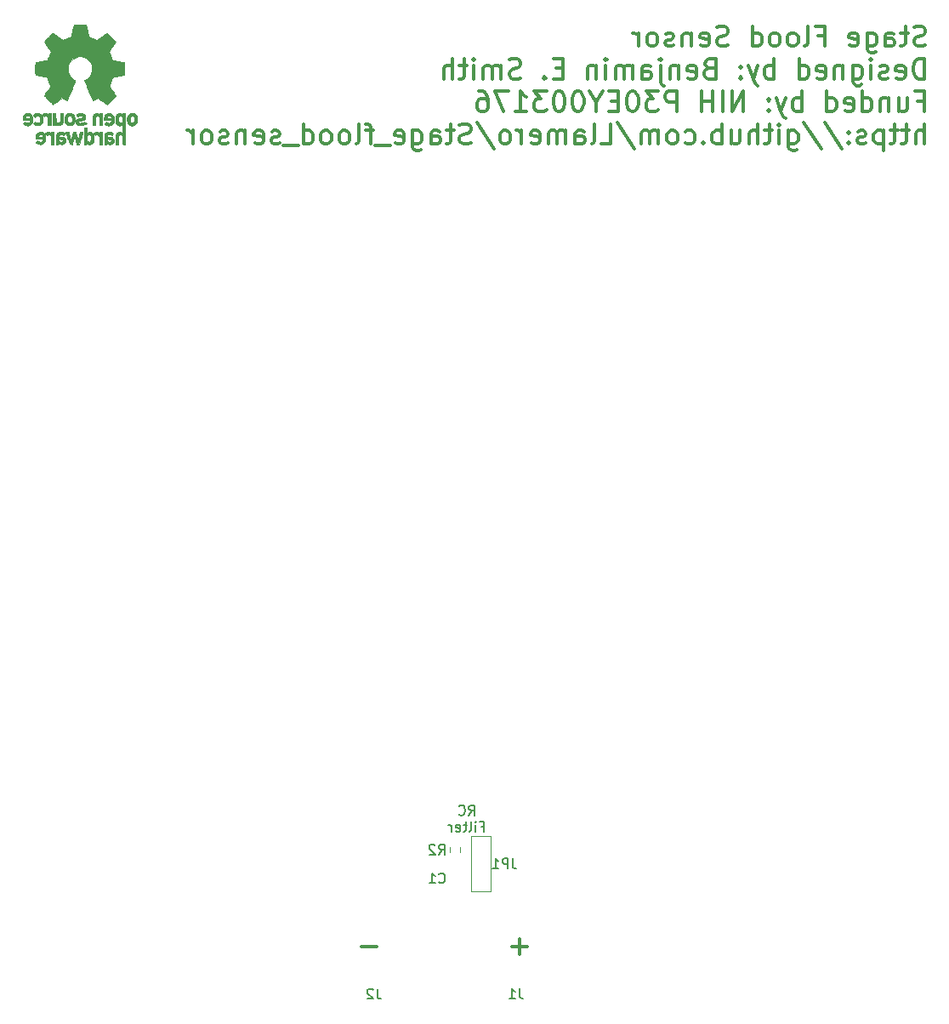
<source format=gbo>
G04 #@! TF.GenerationSoftware,KiCad,Pcbnew,7.0.1*
G04 #@! TF.CreationDate,2023-04-19T15:48:30-07:00*
G04 #@! TF.ProjectId,Stage flood sensor,53746167-6520-4666-9c6f-6f642073656e,rev?*
G04 #@! TF.SameCoordinates,Original*
G04 #@! TF.FileFunction,Legend,Bot*
G04 #@! TF.FilePolarity,Positive*
%FSLAX46Y46*%
G04 Gerber Fmt 4.6, Leading zero omitted, Abs format (unit mm)*
G04 Created by KiCad (PCBNEW 7.0.1) date 2023-04-19 15:48:30*
%MOMM*%
%LPD*%
G01*
G04 APERTURE LIST*
%ADD10C,0.300000*%
%ADD11C,0.150000*%
%ADD12C,0.010000*%
%ADD13C,0.120000*%
G04 APERTURE END LIST*
D10*
X147309047Y-54280000D02*
X147023333Y-54375238D01*
X147023333Y-54375238D02*
X146547142Y-54375238D01*
X146547142Y-54375238D02*
X146356666Y-54280000D01*
X146356666Y-54280000D02*
X146261428Y-54184761D01*
X146261428Y-54184761D02*
X146166190Y-53994285D01*
X146166190Y-53994285D02*
X146166190Y-53803809D01*
X146166190Y-53803809D02*
X146261428Y-53613333D01*
X146261428Y-53613333D02*
X146356666Y-53518095D01*
X146356666Y-53518095D02*
X146547142Y-53422857D01*
X146547142Y-53422857D02*
X146928095Y-53327619D01*
X146928095Y-53327619D02*
X147118571Y-53232380D01*
X147118571Y-53232380D02*
X147213809Y-53137142D01*
X147213809Y-53137142D02*
X147309047Y-52946666D01*
X147309047Y-52946666D02*
X147309047Y-52756190D01*
X147309047Y-52756190D02*
X147213809Y-52565714D01*
X147213809Y-52565714D02*
X147118571Y-52470476D01*
X147118571Y-52470476D02*
X146928095Y-52375238D01*
X146928095Y-52375238D02*
X146451904Y-52375238D01*
X146451904Y-52375238D02*
X146166190Y-52470476D01*
X145594761Y-53041904D02*
X144832857Y-53041904D01*
X145309047Y-52375238D02*
X145309047Y-54089523D01*
X145309047Y-54089523D02*
X145213809Y-54280000D01*
X145213809Y-54280000D02*
X145023333Y-54375238D01*
X145023333Y-54375238D02*
X144832857Y-54375238D01*
X143309047Y-54375238D02*
X143309047Y-53327619D01*
X143309047Y-53327619D02*
X143404285Y-53137142D01*
X143404285Y-53137142D02*
X143594761Y-53041904D01*
X143594761Y-53041904D02*
X143975714Y-53041904D01*
X143975714Y-53041904D02*
X144166190Y-53137142D01*
X143309047Y-54280000D02*
X143499523Y-54375238D01*
X143499523Y-54375238D02*
X143975714Y-54375238D01*
X143975714Y-54375238D02*
X144166190Y-54280000D01*
X144166190Y-54280000D02*
X144261428Y-54089523D01*
X144261428Y-54089523D02*
X144261428Y-53899047D01*
X144261428Y-53899047D02*
X144166190Y-53708571D01*
X144166190Y-53708571D02*
X143975714Y-53613333D01*
X143975714Y-53613333D02*
X143499523Y-53613333D01*
X143499523Y-53613333D02*
X143309047Y-53518095D01*
X141499523Y-53041904D02*
X141499523Y-54660952D01*
X141499523Y-54660952D02*
X141594761Y-54851428D01*
X141594761Y-54851428D02*
X141689999Y-54946666D01*
X141689999Y-54946666D02*
X141880476Y-55041904D01*
X141880476Y-55041904D02*
X142166190Y-55041904D01*
X142166190Y-55041904D02*
X142356666Y-54946666D01*
X141499523Y-54280000D02*
X141689999Y-54375238D01*
X141689999Y-54375238D02*
X142070952Y-54375238D01*
X142070952Y-54375238D02*
X142261428Y-54280000D01*
X142261428Y-54280000D02*
X142356666Y-54184761D01*
X142356666Y-54184761D02*
X142451904Y-53994285D01*
X142451904Y-53994285D02*
X142451904Y-53422857D01*
X142451904Y-53422857D02*
X142356666Y-53232380D01*
X142356666Y-53232380D02*
X142261428Y-53137142D01*
X142261428Y-53137142D02*
X142070952Y-53041904D01*
X142070952Y-53041904D02*
X141689999Y-53041904D01*
X141689999Y-53041904D02*
X141499523Y-53137142D01*
X139785237Y-54280000D02*
X139975713Y-54375238D01*
X139975713Y-54375238D02*
X140356666Y-54375238D01*
X140356666Y-54375238D02*
X140547142Y-54280000D01*
X140547142Y-54280000D02*
X140642380Y-54089523D01*
X140642380Y-54089523D02*
X140642380Y-53327619D01*
X140642380Y-53327619D02*
X140547142Y-53137142D01*
X140547142Y-53137142D02*
X140356666Y-53041904D01*
X140356666Y-53041904D02*
X139975713Y-53041904D01*
X139975713Y-53041904D02*
X139785237Y-53137142D01*
X139785237Y-53137142D02*
X139689999Y-53327619D01*
X139689999Y-53327619D02*
X139689999Y-53518095D01*
X139689999Y-53518095D02*
X140642380Y-53708571D01*
X136642379Y-53327619D02*
X137309046Y-53327619D01*
X137309046Y-54375238D02*
X137309046Y-52375238D01*
X137309046Y-52375238D02*
X136356665Y-52375238D01*
X135309046Y-54375238D02*
X135499522Y-54280000D01*
X135499522Y-54280000D02*
X135594760Y-54089523D01*
X135594760Y-54089523D02*
X135594760Y-52375238D01*
X134261427Y-54375238D02*
X134451903Y-54280000D01*
X134451903Y-54280000D02*
X134547141Y-54184761D01*
X134547141Y-54184761D02*
X134642379Y-53994285D01*
X134642379Y-53994285D02*
X134642379Y-53422857D01*
X134642379Y-53422857D02*
X134547141Y-53232380D01*
X134547141Y-53232380D02*
X134451903Y-53137142D01*
X134451903Y-53137142D02*
X134261427Y-53041904D01*
X134261427Y-53041904D02*
X133975712Y-53041904D01*
X133975712Y-53041904D02*
X133785236Y-53137142D01*
X133785236Y-53137142D02*
X133689998Y-53232380D01*
X133689998Y-53232380D02*
X133594760Y-53422857D01*
X133594760Y-53422857D02*
X133594760Y-53994285D01*
X133594760Y-53994285D02*
X133689998Y-54184761D01*
X133689998Y-54184761D02*
X133785236Y-54280000D01*
X133785236Y-54280000D02*
X133975712Y-54375238D01*
X133975712Y-54375238D02*
X134261427Y-54375238D01*
X132451903Y-54375238D02*
X132642379Y-54280000D01*
X132642379Y-54280000D02*
X132737617Y-54184761D01*
X132737617Y-54184761D02*
X132832855Y-53994285D01*
X132832855Y-53994285D02*
X132832855Y-53422857D01*
X132832855Y-53422857D02*
X132737617Y-53232380D01*
X132737617Y-53232380D02*
X132642379Y-53137142D01*
X132642379Y-53137142D02*
X132451903Y-53041904D01*
X132451903Y-53041904D02*
X132166188Y-53041904D01*
X132166188Y-53041904D02*
X131975712Y-53137142D01*
X131975712Y-53137142D02*
X131880474Y-53232380D01*
X131880474Y-53232380D02*
X131785236Y-53422857D01*
X131785236Y-53422857D02*
X131785236Y-53994285D01*
X131785236Y-53994285D02*
X131880474Y-54184761D01*
X131880474Y-54184761D02*
X131975712Y-54280000D01*
X131975712Y-54280000D02*
X132166188Y-54375238D01*
X132166188Y-54375238D02*
X132451903Y-54375238D01*
X130070950Y-54375238D02*
X130070950Y-52375238D01*
X130070950Y-54280000D02*
X130261426Y-54375238D01*
X130261426Y-54375238D02*
X130642379Y-54375238D01*
X130642379Y-54375238D02*
X130832855Y-54280000D01*
X130832855Y-54280000D02*
X130928093Y-54184761D01*
X130928093Y-54184761D02*
X131023331Y-53994285D01*
X131023331Y-53994285D02*
X131023331Y-53422857D01*
X131023331Y-53422857D02*
X130928093Y-53232380D01*
X130928093Y-53232380D02*
X130832855Y-53137142D01*
X130832855Y-53137142D02*
X130642379Y-53041904D01*
X130642379Y-53041904D02*
X130261426Y-53041904D01*
X130261426Y-53041904D02*
X130070950Y-53137142D01*
X127689997Y-54280000D02*
X127404283Y-54375238D01*
X127404283Y-54375238D02*
X126928092Y-54375238D01*
X126928092Y-54375238D02*
X126737616Y-54280000D01*
X126737616Y-54280000D02*
X126642378Y-54184761D01*
X126642378Y-54184761D02*
X126547140Y-53994285D01*
X126547140Y-53994285D02*
X126547140Y-53803809D01*
X126547140Y-53803809D02*
X126642378Y-53613333D01*
X126642378Y-53613333D02*
X126737616Y-53518095D01*
X126737616Y-53518095D02*
X126928092Y-53422857D01*
X126928092Y-53422857D02*
X127309045Y-53327619D01*
X127309045Y-53327619D02*
X127499521Y-53232380D01*
X127499521Y-53232380D02*
X127594759Y-53137142D01*
X127594759Y-53137142D02*
X127689997Y-52946666D01*
X127689997Y-52946666D02*
X127689997Y-52756190D01*
X127689997Y-52756190D02*
X127594759Y-52565714D01*
X127594759Y-52565714D02*
X127499521Y-52470476D01*
X127499521Y-52470476D02*
X127309045Y-52375238D01*
X127309045Y-52375238D02*
X126832854Y-52375238D01*
X126832854Y-52375238D02*
X126547140Y-52470476D01*
X124928092Y-54280000D02*
X125118568Y-54375238D01*
X125118568Y-54375238D02*
X125499521Y-54375238D01*
X125499521Y-54375238D02*
X125689997Y-54280000D01*
X125689997Y-54280000D02*
X125785235Y-54089523D01*
X125785235Y-54089523D02*
X125785235Y-53327619D01*
X125785235Y-53327619D02*
X125689997Y-53137142D01*
X125689997Y-53137142D02*
X125499521Y-53041904D01*
X125499521Y-53041904D02*
X125118568Y-53041904D01*
X125118568Y-53041904D02*
X124928092Y-53137142D01*
X124928092Y-53137142D02*
X124832854Y-53327619D01*
X124832854Y-53327619D02*
X124832854Y-53518095D01*
X124832854Y-53518095D02*
X125785235Y-53708571D01*
X123975711Y-53041904D02*
X123975711Y-54375238D01*
X123975711Y-53232380D02*
X123880473Y-53137142D01*
X123880473Y-53137142D02*
X123689997Y-53041904D01*
X123689997Y-53041904D02*
X123404282Y-53041904D01*
X123404282Y-53041904D02*
X123213806Y-53137142D01*
X123213806Y-53137142D02*
X123118568Y-53327619D01*
X123118568Y-53327619D02*
X123118568Y-54375238D01*
X122261425Y-54280000D02*
X122070949Y-54375238D01*
X122070949Y-54375238D02*
X121689997Y-54375238D01*
X121689997Y-54375238D02*
X121499520Y-54280000D01*
X121499520Y-54280000D02*
X121404282Y-54089523D01*
X121404282Y-54089523D02*
X121404282Y-53994285D01*
X121404282Y-53994285D02*
X121499520Y-53803809D01*
X121499520Y-53803809D02*
X121689997Y-53708571D01*
X121689997Y-53708571D02*
X121975711Y-53708571D01*
X121975711Y-53708571D02*
X122166187Y-53613333D01*
X122166187Y-53613333D02*
X122261425Y-53422857D01*
X122261425Y-53422857D02*
X122261425Y-53327619D01*
X122261425Y-53327619D02*
X122166187Y-53137142D01*
X122166187Y-53137142D02*
X121975711Y-53041904D01*
X121975711Y-53041904D02*
X121689997Y-53041904D01*
X121689997Y-53041904D02*
X121499520Y-53137142D01*
X120261425Y-54375238D02*
X120451901Y-54280000D01*
X120451901Y-54280000D02*
X120547139Y-54184761D01*
X120547139Y-54184761D02*
X120642377Y-53994285D01*
X120642377Y-53994285D02*
X120642377Y-53422857D01*
X120642377Y-53422857D02*
X120547139Y-53232380D01*
X120547139Y-53232380D02*
X120451901Y-53137142D01*
X120451901Y-53137142D02*
X120261425Y-53041904D01*
X120261425Y-53041904D02*
X119975710Y-53041904D01*
X119975710Y-53041904D02*
X119785234Y-53137142D01*
X119785234Y-53137142D02*
X119689996Y-53232380D01*
X119689996Y-53232380D02*
X119594758Y-53422857D01*
X119594758Y-53422857D02*
X119594758Y-53994285D01*
X119594758Y-53994285D02*
X119689996Y-54184761D01*
X119689996Y-54184761D02*
X119785234Y-54280000D01*
X119785234Y-54280000D02*
X119975710Y-54375238D01*
X119975710Y-54375238D02*
X120261425Y-54375238D01*
X118737615Y-54375238D02*
X118737615Y-53041904D01*
X118737615Y-53422857D02*
X118642377Y-53232380D01*
X118642377Y-53232380D02*
X118547139Y-53137142D01*
X118547139Y-53137142D02*
X118356663Y-53041904D01*
X118356663Y-53041904D02*
X118166186Y-53041904D01*
X147213809Y-57615238D02*
X147213809Y-55615238D01*
X147213809Y-55615238D02*
X146737619Y-55615238D01*
X146737619Y-55615238D02*
X146451904Y-55710476D01*
X146451904Y-55710476D02*
X146261428Y-55900952D01*
X146261428Y-55900952D02*
X146166190Y-56091428D01*
X146166190Y-56091428D02*
X146070952Y-56472380D01*
X146070952Y-56472380D02*
X146070952Y-56758095D01*
X146070952Y-56758095D02*
X146166190Y-57139047D01*
X146166190Y-57139047D02*
X146261428Y-57329523D01*
X146261428Y-57329523D02*
X146451904Y-57520000D01*
X146451904Y-57520000D02*
X146737619Y-57615238D01*
X146737619Y-57615238D02*
X147213809Y-57615238D01*
X144451904Y-57520000D02*
X144642380Y-57615238D01*
X144642380Y-57615238D02*
X145023333Y-57615238D01*
X145023333Y-57615238D02*
X145213809Y-57520000D01*
X145213809Y-57520000D02*
X145309047Y-57329523D01*
X145309047Y-57329523D02*
X145309047Y-56567619D01*
X145309047Y-56567619D02*
X145213809Y-56377142D01*
X145213809Y-56377142D02*
X145023333Y-56281904D01*
X145023333Y-56281904D02*
X144642380Y-56281904D01*
X144642380Y-56281904D02*
X144451904Y-56377142D01*
X144451904Y-56377142D02*
X144356666Y-56567619D01*
X144356666Y-56567619D02*
X144356666Y-56758095D01*
X144356666Y-56758095D02*
X145309047Y-56948571D01*
X143594761Y-57520000D02*
X143404285Y-57615238D01*
X143404285Y-57615238D02*
X143023333Y-57615238D01*
X143023333Y-57615238D02*
X142832856Y-57520000D01*
X142832856Y-57520000D02*
X142737618Y-57329523D01*
X142737618Y-57329523D02*
X142737618Y-57234285D01*
X142737618Y-57234285D02*
X142832856Y-57043809D01*
X142832856Y-57043809D02*
X143023333Y-56948571D01*
X143023333Y-56948571D02*
X143309047Y-56948571D01*
X143309047Y-56948571D02*
X143499523Y-56853333D01*
X143499523Y-56853333D02*
X143594761Y-56662857D01*
X143594761Y-56662857D02*
X143594761Y-56567619D01*
X143594761Y-56567619D02*
X143499523Y-56377142D01*
X143499523Y-56377142D02*
X143309047Y-56281904D01*
X143309047Y-56281904D02*
X143023333Y-56281904D01*
X143023333Y-56281904D02*
X142832856Y-56377142D01*
X141880475Y-57615238D02*
X141880475Y-56281904D01*
X141880475Y-55615238D02*
X141975713Y-55710476D01*
X141975713Y-55710476D02*
X141880475Y-55805714D01*
X141880475Y-55805714D02*
X141785237Y-55710476D01*
X141785237Y-55710476D02*
X141880475Y-55615238D01*
X141880475Y-55615238D02*
X141880475Y-55805714D01*
X140070951Y-56281904D02*
X140070951Y-57900952D01*
X140070951Y-57900952D02*
X140166189Y-58091428D01*
X140166189Y-58091428D02*
X140261427Y-58186666D01*
X140261427Y-58186666D02*
X140451904Y-58281904D01*
X140451904Y-58281904D02*
X140737618Y-58281904D01*
X140737618Y-58281904D02*
X140928094Y-58186666D01*
X140070951Y-57520000D02*
X140261427Y-57615238D01*
X140261427Y-57615238D02*
X140642380Y-57615238D01*
X140642380Y-57615238D02*
X140832856Y-57520000D01*
X140832856Y-57520000D02*
X140928094Y-57424761D01*
X140928094Y-57424761D02*
X141023332Y-57234285D01*
X141023332Y-57234285D02*
X141023332Y-56662857D01*
X141023332Y-56662857D02*
X140928094Y-56472380D01*
X140928094Y-56472380D02*
X140832856Y-56377142D01*
X140832856Y-56377142D02*
X140642380Y-56281904D01*
X140642380Y-56281904D02*
X140261427Y-56281904D01*
X140261427Y-56281904D02*
X140070951Y-56377142D01*
X139118570Y-56281904D02*
X139118570Y-57615238D01*
X139118570Y-56472380D02*
X139023332Y-56377142D01*
X139023332Y-56377142D02*
X138832856Y-56281904D01*
X138832856Y-56281904D02*
X138547141Y-56281904D01*
X138547141Y-56281904D02*
X138356665Y-56377142D01*
X138356665Y-56377142D02*
X138261427Y-56567619D01*
X138261427Y-56567619D02*
X138261427Y-57615238D01*
X136547141Y-57520000D02*
X136737617Y-57615238D01*
X136737617Y-57615238D02*
X137118570Y-57615238D01*
X137118570Y-57615238D02*
X137309046Y-57520000D01*
X137309046Y-57520000D02*
X137404284Y-57329523D01*
X137404284Y-57329523D02*
X137404284Y-56567619D01*
X137404284Y-56567619D02*
X137309046Y-56377142D01*
X137309046Y-56377142D02*
X137118570Y-56281904D01*
X137118570Y-56281904D02*
X136737617Y-56281904D01*
X136737617Y-56281904D02*
X136547141Y-56377142D01*
X136547141Y-56377142D02*
X136451903Y-56567619D01*
X136451903Y-56567619D02*
X136451903Y-56758095D01*
X136451903Y-56758095D02*
X137404284Y-56948571D01*
X134737617Y-57615238D02*
X134737617Y-55615238D01*
X134737617Y-57520000D02*
X134928093Y-57615238D01*
X134928093Y-57615238D02*
X135309046Y-57615238D01*
X135309046Y-57615238D02*
X135499522Y-57520000D01*
X135499522Y-57520000D02*
X135594760Y-57424761D01*
X135594760Y-57424761D02*
X135689998Y-57234285D01*
X135689998Y-57234285D02*
X135689998Y-56662857D01*
X135689998Y-56662857D02*
X135594760Y-56472380D01*
X135594760Y-56472380D02*
X135499522Y-56377142D01*
X135499522Y-56377142D02*
X135309046Y-56281904D01*
X135309046Y-56281904D02*
X134928093Y-56281904D01*
X134928093Y-56281904D02*
X134737617Y-56377142D01*
X132261426Y-57615238D02*
X132261426Y-55615238D01*
X132261426Y-56377142D02*
X132070950Y-56281904D01*
X132070950Y-56281904D02*
X131689997Y-56281904D01*
X131689997Y-56281904D02*
X131499521Y-56377142D01*
X131499521Y-56377142D02*
X131404283Y-56472380D01*
X131404283Y-56472380D02*
X131309045Y-56662857D01*
X131309045Y-56662857D02*
X131309045Y-57234285D01*
X131309045Y-57234285D02*
X131404283Y-57424761D01*
X131404283Y-57424761D02*
X131499521Y-57520000D01*
X131499521Y-57520000D02*
X131689997Y-57615238D01*
X131689997Y-57615238D02*
X132070950Y-57615238D01*
X132070950Y-57615238D02*
X132261426Y-57520000D01*
X130642378Y-56281904D02*
X130166188Y-57615238D01*
X129689997Y-56281904D02*
X130166188Y-57615238D01*
X130166188Y-57615238D02*
X130356664Y-58091428D01*
X130356664Y-58091428D02*
X130451902Y-58186666D01*
X130451902Y-58186666D02*
X130642378Y-58281904D01*
X128928092Y-57424761D02*
X128832854Y-57520000D01*
X128832854Y-57520000D02*
X128928092Y-57615238D01*
X128928092Y-57615238D02*
X129023330Y-57520000D01*
X129023330Y-57520000D02*
X128928092Y-57424761D01*
X128928092Y-57424761D02*
X128928092Y-57615238D01*
X128928092Y-56377142D02*
X128832854Y-56472380D01*
X128832854Y-56472380D02*
X128928092Y-56567619D01*
X128928092Y-56567619D02*
X129023330Y-56472380D01*
X129023330Y-56472380D02*
X128928092Y-56377142D01*
X128928092Y-56377142D02*
X128928092Y-56567619D01*
X125785234Y-56567619D02*
X125499520Y-56662857D01*
X125499520Y-56662857D02*
X125404282Y-56758095D01*
X125404282Y-56758095D02*
X125309044Y-56948571D01*
X125309044Y-56948571D02*
X125309044Y-57234285D01*
X125309044Y-57234285D02*
X125404282Y-57424761D01*
X125404282Y-57424761D02*
X125499520Y-57520000D01*
X125499520Y-57520000D02*
X125689996Y-57615238D01*
X125689996Y-57615238D02*
X126451901Y-57615238D01*
X126451901Y-57615238D02*
X126451901Y-55615238D01*
X126451901Y-55615238D02*
X125785234Y-55615238D01*
X125785234Y-55615238D02*
X125594758Y-55710476D01*
X125594758Y-55710476D02*
X125499520Y-55805714D01*
X125499520Y-55805714D02*
X125404282Y-55996190D01*
X125404282Y-55996190D02*
X125404282Y-56186666D01*
X125404282Y-56186666D02*
X125499520Y-56377142D01*
X125499520Y-56377142D02*
X125594758Y-56472380D01*
X125594758Y-56472380D02*
X125785234Y-56567619D01*
X125785234Y-56567619D02*
X126451901Y-56567619D01*
X123689996Y-57520000D02*
X123880472Y-57615238D01*
X123880472Y-57615238D02*
X124261425Y-57615238D01*
X124261425Y-57615238D02*
X124451901Y-57520000D01*
X124451901Y-57520000D02*
X124547139Y-57329523D01*
X124547139Y-57329523D02*
X124547139Y-56567619D01*
X124547139Y-56567619D02*
X124451901Y-56377142D01*
X124451901Y-56377142D02*
X124261425Y-56281904D01*
X124261425Y-56281904D02*
X123880472Y-56281904D01*
X123880472Y-56281904D02*
X123689996Y-56377142D01*
X123689996Y-56377142D02*
X123594758Y-56567619D01*
X123594758Y-56567619D02*
X123594758Y-56758095D01*
X123594758Y-56758095D02*
X124547139Y-56948571D01*
X122737615Y-56281904D02*
X122737615Y-57615238D01*
X122737615Y-56472380D02*
X122642377Y-56377142D01*
X122642377Y-56377142D02*
X122451901Y-56281904D01*
X122451901Y-56281904D02*
X122166186Y-56281904D01*
X122166186Y-56281904D02*
X121975710Y-56377142D01*
X121975710Y-56377142D02*
X121880472Y-56567619D01*
X121880472Y-56567619D02*
X121880472Y-57615238D01*
X120928091Y-56281904D02*
X120928091Y-57996190D01*
X120928091Y-57996190D02*
X121023329Y-58186666D01*
X121023329Y-58186666D02*
X121213805Y-58281904D01*
X121213805Y-58281904D02*
X121309043Y-58281904D01*
X120928091Y-55615238D02*
X121023329Y-55710476D01*
X121023329Y-55710476D02*
X120928091Y-55805714D01*
X120928091Y-55805714D02*
X120832853Y-55710476D01*
X120832853Y-55710476D02*
X120928091Y-55615238D01*
X120928091Y-55615238D02*
X120928091Y-55805714D01*
X119118567Y-57615238D02*
X119118567Y-56567619D01*
X119118567Y-56567619D02*
X119213805Y-56377142D01*
X119213805Y-56377142D02*
X119404281Y-56281904D01*
X119404281Y-56281904D02*
X119785234Y-56281904D01*
X119785234Y-56281904D02*
X119975710Y-56377142D01*
X119118567Y-57520000D02*
X119309043Y-57615238D01*
X119309043Y-57615238D02*
X119785234Y-57615238D01*
X119785234Y-57615238D02*
X119975710Y-57520000D01*
X119975710Y-57520000D02*
X120070948Y-57329523D01*
X120070948Y-57329523D02*
X120070948Y-57139047D01*
X120070948Y-57139047D02*
X119975710Y-56948571D01*
X119975710Y-56948571D02*
X119785234Y-56853333D01*
X119785234Y-56853333D02*
X119309043Y-56853333D01*
X119309043Y-56853333D02*
X119118567Y-56758095D01*
X118166186Y-57615238D02*
X118166186Y-56281904D01*
X118166186Y-56472380D02*
X118070948Y-56377142D01*
X118070948Y-56377142D02*
X117880472Y-56281904D01*
X117880472Y-56281904D02*
X117594757Y-56281904D01*
X117594757Y-56281904D02*
X117404281Y-56377142D01*
X117404281Y-56377142D02*
X117309043Y-56567619D01*
X117309043Y-56567619D02*
X117309043Y-57615238D01*
X117309043Y-56567619D02*
X117213805Y-56377142D01*
X117213805Y-56377142D02*
X117023329Y-56281904D01*
X117023329Y-56281904D02*
X116737615Y-56281904D01*
X116737615Y-56281904D02*
X116547138Y-56377142D01*
X116547138Y-56377142D02*
X116451900Y-56567619D01*
X116451900Y-56567619D02*
X116451900Y-57615238D01*
X115499519Y-57615238D02*
X115499519Y-56281904D01*
X115499519Y-55615238D02*
X115594757Y-55710476D01*
X115594757Y-55710476D02*
X115499519Y-55805714D01*
X115499519Y-55805714D02*
X115404281Y-55710476D01*
X115404281Y-55710476D02*
X115499519Y-55615238D01*
X115499519Y-55615238D02*
X115499519Y-55805714D01*
X114547138Y-56281904D02*
X114547138Y-57615238D01*
X114547138Y-56472380D02*
X114451900Y-56377142D01*
X114451900Y-56377142D02*
X114261424Y-56281904D01*
X114261424Y-56281904D02*
X113975709Y-56281904D01*
X113975709Y-56281904D02*
X113785233Y-56377142D01*
X113785233Y-56377142D02*
X113689995Y-56567619D01*
X113689995Y-56567619D02*
X113689995Y-57615238D01*
X111213804Y-56567619D02*
X110547137Y-56567619D01*
X110261423Y-57615238D02*
X111213804Y-57615238D01*
X111213804Y-57615238D02*
X111213804Y-55615238D01*
X111213804Y-55615238D02*
X110261423Y-55615238D01*
X109404280Y-57424761D02*
X109309042Y-57520000D01*
X109309042Y-57520000D02*
X109404280Y-57615238D01*
X109404280Y-57615238D02*
X109499518Y-57520000D01*
X109499518Y-57520000D02*
X109404280Y-57424761D01*
X109404280Y-57424761D02*
X109404280Y-57615238D01*
X107023327Y-57520000D02*
X106737613Y-57615238D01*
X106737613Y-57615238D02*
X106261422Y-57615238D01*
X106261422Y-57615238D02*
X106070946Y-57520000D01*
X106070946Y-57520000D02*
X105975708Y-57424761D01*
X105975708Y-57424761D02*
X105880470Y-57234285D01*
X105880470Y-57234285D02*
X105880470Y-57043809D01*
X105880470Y-57043809D02*
X105975708Y-56853333D01*
X105975708Y-56853333D02*
X106070946Y-56758095D01*
X106070946Y-56758095D02*
X106261422Y-56662857D01*
X106261422Y-56662857D02*
X106642375Y-56567619D01*
X106642375Y-56567619D02*
X106832851Y-56472380D01*
X106832851Y-56472380D02*
X106928089Y-56377142D01*
X106928089Y-56377142D02*
X107023327Y-56186666D01*
X107023327Y-56186666D02*
X107023327Y-55996190D01*
X107023327Y-55996190D02*
X106928089Y-55805714D01*
X106928089Y-55805714D02*
X106832851Y-55710476D01*
X106832851Y-55710476D02*
X106642375Y-55615238D01*
X106642375Y-55615238D02*
X106166184Y-55615238D01*
X106166184Y-55615238D02*
X105880470Y-55710476D01*
X105023327Y-57615238D02*
X105023327Y-56281904D01*
X105023327Y-56472380D02*
X104928089Y-56377142D01*
X104928089Y-56377142D02*
X104737613Y-56281904D01*
X104737613Y-56281904D02*
X104451898Y-56281904D01*
X104451898Y-56281904D02*
X104261422Y-56377142D01*
X104261422Y-56377142D02*
X104166184Y-56567619D01*
X104166184Y-56567619D02*
X104166184Y-57615238D01*
X104166184Y-56567619D02*
X104070946Y-56377142D01*
X104070946Y-56377142D02*
X103880470Y-56281904D01*
X103880470Y-56281904D02*
X103594756Y-56281904D01*
X103594756Y-56281904D02*
X103404279Y-56377142D01*
X103404279Y-56377142D02*
X103309041Y-56567619D01*
X103309041Y-56567619D02*
X103309041Y-57615238D01*
X102356660Y-57615238D02*
X102356660Y-56281904D01*
X102356660Y-55615238D02*
X102451898Y-55710476D01*
X102451898Y-55710476D02*
X102356660Y-55805714D01*
X102356660Y-55805714D02*
X102261422Y-55710476D01*
X102261422Y-55710476D02*
X102356660Y-55615238D01*
X102356660Y-55615238D02*
X102356660Y-55805714D01*
X101689993Y-56281904D02*
X100928089Y-56281904D01*
X101404279Y-55615238D02*
X101404279Y-57329523D01*
X101404279Y-57329523D02*
X101309041Y-57520000D01*
X101309041Y-57520000D02*
X101118565Y-57615238D01*
X101118565Y-57615238D02*
X100928089Y-57615238D01*
X100261422Y-57615238D02*
X100261422Y-55615238D01*
X99404279Y-57615238D02*
X99404279Y-56567619D01*
X99404279Y-56567619D02*
X99499517Y-56377142D01*
X99499517Y-56377142D02*
X99689993Y-56281904D01*
X99689993Y-56281904D02*
X99975708Y-56281904D01*
X99975708Y-56281904D02*
X100166184Y-56377142D01*
X100166184Y-56377142D02*
X100261422Y-56472380D01*
X146547142Y-59807619D02*
X147213809Y-59807619D01*
X147213809Y-60855238D02*
X147213809Y-58855238D01*
X147213809Y-58855238D02*
X146261428Y-58855238D01*
X144642380Y-59521904D02*
X144642380Y-60855238D01*
X145499523Y-59521904D02*
X145499523Y-60569523D01*
X145499523Y-60569523D02*
X145404285Y-60760000D01*
X145404285Y-60760000D02*
X145213809Y-60855238D01*
X145213809Y-60855238D02*
X144928094Y-60855238D01*
X144928094Y-60855238D02*
X144737618Y-60760000D01*
X144737618Y-60760000D02*
X144642380Y-60664761D01*
X143689999Y-59521904D02*
X143689999Y-60855238D01*
X143689999Y-59712380D02*
X143594761Y-59617142D01*
X143594761Y-59617142D02*
X143404285Y-59521904D01*
X143404285Y-59521904D02*
X143118570Y-59521904D01*
X143118570Y-59521904D02*
X142928094Y-59617142D01*
X142928094Y-59617142D02*
X142832856Y-59807619D01*
X142832856Y-59807619D02*
X142832856Y-60855238D01*
X141023332Y-60855238D02*
X141023332Y-58855238D01*
X141023332Y-60760000D02*
X141213808Y-60855238D01*
X141213808Y-60855238D02*
X141594761Y-60855238D01*
X141594761Y-60855238D02*
X141785237Y-60760000D01*
X141785237Y-60760000D02*
X141880475Y-60664761D01*
X141880475Y-60664761D02*
X141975713Y-60474285D01*
X141975713Y-60474285D02*
X141975713Y-59902857D01*
X141975713Y-59902857D02*
X141880475Y-59712380D01*
X141880475Y-59712380D02*
X141785237Y-59617142D01*
X141785237Y-59617142D02*
X141594761Y-59521904D01*
X141594761Y-59521904D02*
X141213808Y-59521904D01*
X141213808Y-59521904D02*
X141023332Y-59617142D01*
X139309046Y-60760000D02*
X139499522Y-60855238D01*
X139499522Y-60855238D02*
X139880475Y-60855238D01*
X139880475Y-60855238D02*
X140070951Y-60760000D01*
X140070951Y-60760000D02*
X140166189Y-60569523D01*
X140166189Y-60569523D02*
X140166189Y-59807619D01*
X140166189Y-59807619D02*
X140070951Y-59617142D01*
X140070951Y-59617142D02*
X139880475Y-59521904D01*
X139880475Y-59521904D02*
X139499522Y-59521904D01*
X139499522Y-59521904D02*
X139309046Y-59617142D01*
X139309046Y-59617142D02*
X139213808Y-59807619D01*
X139213808Y-59807619D02*
X139213808Y-59998095D01*
X139213808Y-59998095D02*
X140166189Y-60188571D01*
X137499522Y-60855238D02*
X137499522Y-58855238D01*
X137499522Y-60760000D02*
X137689998Y-60855238D01*
X137689998Y-60855238D02*
X138070951Y-60855238D01*
X138070951Y-60855238D02*
X138261427Y-60760000D01*
X138261427Y-60760000D02*
X138356665Y-60664761D01*
X138356665Y-60664761D02*
X138451903Y-60474285D01*
X138451903Y-60474285D02*
X138451903Y-59902857D01*
X138451903Y-59902857D02*
X138356665Y-59712380D01*
X138356665Y-59712380D02*
X138261427Y-59617142D01*
X138261427Y-59617142D02*
X138070951Y-59521904D01*
X138070951Y-59521904D02*
X137689998Y-59521904D01*
X137689998Y-59521904D02*
X137499522Y-59617142D01*
X135023331Y-60855238D02*
X135023331Y-58855238D01*
X135023331Y-59617142D02*
X134832855Y-59521904D01*
X134832855Y-59521904D02*
X134451902Y-59521904D01*
X134451902Y-59521904D02*
X134261426Y-59617142D01*
X134261426Y-59617142D02*
X134166188Y-59712380D01*
X134166188Y-59712380D02*
X134070950Y-59902857D01*
X134070950Y-59902857D02*
X134070950Y-60474285D01*
X134070950Y-60474285D02*
X134166188Y-60664761D01*
X134166188Y-60664761D02*
X134261426Y-60760000D01*
X134261426Y-60760000D02*
X134451902Y-60855238D01*
X134451902Y-60855238D02*
X134832855Y-60855238D01*
X134832855Y-60855238D02*
X135023331Y-60760000D01*
X133404283Y-59521904D02*
X132928093Y-60855238D01*
X132451902Y-59521904D02*
X132928093Y-60855238D01*
X132928093Y-60855238D02*
X133118569Y-61331428D01*
X133118569Y-61331428D02*
X133213807Y-61426666D01*
X133213807Y-61426666D02*
X133404283Y-61521904D01*
X131689997Y-60664761D02*
X131594759Y-60760000D01*
X131594759Y-60760000D02*
X131689997Y-60855238D01*
X131689997Y-60855238D02*
X131785235Y-60760000D01*
X131785235Y-60760000D02*
X131689997Y-60664761D01*
X131689997Y-60664761D02*
X131689997Y-60855238D01*
X131689997Y-59617142D02*
X131594759Y-59712380D01*
X131594759Y-59712380D02*
X131689997Y-59807619D01*
X131689997Y-59807619D02*
X131785235Y-59712380D01*
X131785235Y-59712380D02*
X131689997Y-59617142D01*
X131689997Y-59617142D02*
X131689997Y-59807619D01*
X129213806Y-60855238D02*
X129213806Y-58855238D01*
X129213806Y-58855238D02*
X128070949Y-60855238D01*
X128070949Y-60855238D02*
X128070949Y-58855238D01*
X127118568Y-60855238D02*
X127118568Y-58855238D01*
X126166187Y-60855238D02*
X126166187Y-58855238D01*
X126166187Y-59807619D02*
X125023330Y-59807619D01*
X125023330Y-60855238D02*
X125023330Y-58855238D01*
X122547139Y-60855238D02*
X122547139Y-58855238D01*
X122547139Y-58855238D02*
X121785234Y-58855238D01*
X121785234Y-58855238D02*
X121594758Y-58950476D01*
X121594758Y-58950476D02*
X121499520Y-59045714D01*
X121499520Y-59045714D02*
X121404282Y-59236190D01*
X121404282Y-59236190D02*
X121404282Y-59521904D01*
X121404282Y-59521904D02*
X121499520Y-59712380D01*
X121499520Y-59712380D02*
X121594758Y-59807619D01*
X121594758Y-59807619D02*
X121785234Y-59902857D01*
X121785234Y-59902857D02*
X122547139Y-59902857D01*
X120737615Y-58855238D02*
X119499520Y-58855238D01*
X119499520Y-58855238D02*
X120166187Y-59617142D01*
X120166187Y-59617142D02*
X119880472Y-59617142D01*
X119880472Y-59617142D02*
X119689996Y-59712380D01*
X119689996Y-59712380D02*
X119594758Y-59807619D01*
X119594758Y-59807619D02*
X119499520Y-59998095D01*
X119499520Y-59998095D02*
X119499520Y-60474285D01*
X119499520Y-60474285D02*
X119594758Y-60664761D01*
X119594758Y-60664761D02*
X119689996Y-60760000D01*
X119689996Y-60760000D02*
X119880472Y-60855238D01*
X119880472Y-60855238D02*
X120451901Y-60855238D01*
X120451901Y-60855238D02*
X120642377Y-60760000D01*
X120642377Y-60760000D02*
X120737615Y-60664761D01*
X118261425Y-58855238D02*
X118070948Y-58855238D01*
X118070948Y-58855238D02*
X117880472Y-58950476D01*
X117880472Y-58950476D02*
X117785234Y-59045714D01*
X117785234Y-59045714D02*
X117689996Y-59236190D01*
X117689996Y-59236190D02*
X117594758Y-59617142D01*
X117594758Y-59617142D02*
X117594758Y-60093333D01*
X117594758Y-60093333D02*
X117689996Y-60474285D01*
X117689996Y-60474285D02*
X117785234Y-60664761D01*
X117785234Y-60664761D02*
X117880472Y-60760000D01*
X117880472Y-60760000D02*
X118070948Y-60855238D01*
X118070948Y-60855238D02*
X118261425Y-60855238D01*
X118261425Y-60855238D02*
X118451901Y-60760000D01*
X118451901Y-60760000D02*
X118547139Y-60664761D01*
X118547139Y-60664761D02*
X118642377Y-60474285D01*
X118642377Y-60474285D02*
X118737615Y-60093333D01*
X118737615Y-60093333D02*
X118737615Y-59617142D01*
X118737615Y-59617142D02*
X118642377Y-59236190D01*
X118642377Y-59236190D02*
X118547139Y-59045714D01*
X118547139Y-59045714D02*
X118451901Y-58950476D01*
X118451901Y-58950476D02*
X118261425Y-58855238D01*
X116737615Y-59807619D02*
X116070948Y-59807619D01*
X115785234Y-60855238D02*
X116737615Y-60855238D01*
X116737615Y-60855238D02*
X116737615Y-58855238D01*
X116737615Y-58855238D02*
X115785234Y-58855238D01*
X114547139Y-59902857D02*
X114547139Y-60855238D01*
X115213805Y-58855238D02*
X114547139Y-59902857D01*
X114547139Y-59902857D02*
X113880472Y-58855238D01*
X112832853Y-58855238D02*
X112642376Y-58855238D01*
X112642376Y-58855238D02*
X112451900Y-58950476D01*
X112451900Y-58950476D02*
X112356662Y-59045714D01*
X112356662Y-59045714D02*
X112261424Y-59236190D01*
X112261424Y-59236190D02*
X112166186Y-59617142D01*
X112166186Y-59617142D02*
X112166186Y-60093333D01*
X112166186Y-60093333D02*
X112261424Y-60474285D01*
X112261424Y-60474285D02*
X112356662Y-60664761D01*
X112356662Y-60664761D02*
X112451900Y-60760000D01*
X112451900Y-60760000D02*
X112642376Y-60855238D01*
X112642376Y-60855238D02*
X112832853Y-60855238D01*
X112832853Y-60855238D02*
X113023329Y-60760000D01*
X113023329Y-60760000D02*
X113118567Y-60664761D01*
X113118567Y-60664761D02*
X113213805Y-60474285D01*
X113213805Y-60474285D02*
X113309043Y-60093333D01*
X113309043Y-60093333D02*
X113309043Y-59617142D01*
X113309043Y-59617142D02*
X113213805Y-59236190D01*
X113213805Y-59236190D02*
X113118567Y-59045714D01*
X113118567Y-59045714D02*
X113023329Y-58950476D01*
X113023329Y-58950476D02*
X112832853Y-58855238D01*
X110928091Y-58855238D02*
X110737614Y-58855238D01*
X110737614Y-58855238D02*
X110547138Y-58950476D01*
X110547138Y-58950476D02*
X110451900Y-59045714D01*
X110451900Y-59045714D02*
X110356662Y-59236190D01*
X110356662Y-59236190D02*
X110261424Y-59617142D01*
X110261424Y-59617142D02*
X110261424Y-60093333D01*
X110261424Y-60093333D02*
X110356662Y-60474285D01*
X110356662Y-60474285D02*
X110451900Y-60664761D01*
X110451900Y-60664761D02*
X110547138Y-60760000D01*
X110547138Y-60760000D02*
X110737614Y-60855238D01*
X110737614Y-60855238D02*
X110928091Y-60855238D01*
X110928091Y-60855238D02*
X111118567Y-60760000D01*
X111118567Y-60760000D02*
X111213805Y-60664761D01*
X111213805Y-60664761D02*
X111309043Y-60474285D01*
X111309043Y-60474285D02*
X111404281Y-60093333D01*
X111404281Y-60093333D02*
X111404281Y-59617142D01*
X111404281Y-59617142D02*
X111309043Y-59236190D01*
X111309043Y-59236190D02*
X111213805Y-59045714D01*
X111213805Y-59045714D02*
X111118567Y-58950476D01*
X111118567Y-58950476D02*
X110928091Y-58855238D01*
X109594757Y-58855238D02*
X108356662Y-58855238D01*
X108356662Y-58855238D02*
X109023329Y-59617142D01*
X109023329Y-59617142D02*
X108737614Y-59617142D01*
X108737614Y-59617142D02*
X108547138Y-59712380D01*
X108547138Y-59712380D02*
X108451900Y-59807619D01*
X108451900Y-59807619D02*
X108356662Y-59998095D01*
X108356662Y-59998095D02*
X108356662Y-60474285D01*
X108356662Y-60474285D02*
X108451900Y-60664761D01*
X108451900Y-60664761D02*
X108547138Y-60760000D01*
X108547138Y-60760000D02*
X108737614Y-60855238D01*
X108737614Y-60855238D02*
X109309043Y-60855238D01*
X109309043Y-60855238D02*
X109499519Y-60760000D01*
X109499519Y-60760000D02*
X109594757Y-60664761D01*
X106451900Y-60855238D02*
X107594757Y-60855238D01*
X107023329Y-60855238D02*
X107023329Y-58855238D01*
X107023329Y-58855238D02*
X107213805Y-59140952D01*
X107213805Y-59140952D02*
X107404281Y-59331428D01*
X107404281Y-59331428D02*
X107594757Y-59426666D01*
X105785233Y-58855238D02*
X104451900Y-58855238D01*
X104451900Y-58855238D02*
X105309043Y-60855238D01*
X102832852Y-58855238D02*
X103213805Y-58855238D01*
X103213805Y-58855238D02*
X103404281Y-58950476D01*
X103404281Y-58950476D02*
X103499519Y-59045714D01*
X103499519Y-59045714D02*
X103689995Y-59331428D01*
X103689995Y-59331428D02*
X103785233Y-59712380D01*
X103785233Y-59712380D02*
X103785233Y-60474285D01*
X103785233Y-60474285D02*
X103689995Y-60664761D01*
X103689995Y-60664761D02*
X103594757Y-60760000D01*
X103594757Y-60760000D02*
X103404281Y-60855238D01*
X103404281Y-60855238D02*
X103023328Y-60855238D01*
X103023328Y-60855238D02*
X102832852Y-60760000D01*
X102832852Y-60760000D02*
X102737614Y-60664761D01*
X102737614Y-60664761D02*
X102642376Y-60474285D01*
X102642376Y-60474285D02*
X102642376Y-59998095D01*
X102642376Y-59998095D02*
X102737614Y-59807619D01*
X102737614Y-59807619D02*
X102832852Y-59712380D01*
X102832852Y-59712380D02*
X103023328Y-59617142D01*
X103023328Y-59617142D02*
X103404281Y-59617142D01*
X103404281Y-59617142D02*
X103594757Y-59712380D01*
X103594757Y-59712380D02*
X103689995Y-59807619D01*
X103689995Y-59807619D02*
X103785233Y-59998095D01*
X147213809Y-64095238D02*
X147213809Y-62095238D01*
X146356666Y-64095238D02*
X146356666Y-63047619D01*
X146356666Y-63047619D02*
X146451904Y-62857142D01*
X146451904Y-62857142D02*
X146642380Y-62761904D01*
X146642380Y-62761904D02*
X146928095Y-62761904D01*
X146928095Y-62761904D02*
X147118571Y-62857142D01*
X147118571Y-62857142D02*
X147213809Y-62952380D01*
X145689999Y-62761904D02*
X144928095Y-62761904D01*
X145404285Y-62095238D02*
X145404285Y-63809523D01*
X145404285Y-63809523D02*
X145309047Y-64000000D01*
X145309047Y-64000000D02*
X145118571Y-64095238D01*
X145118571Y-64095238D02*
X144928095Y-64095238D01*
X144547142Y-62761904D02*
X143785238Y-62761904D01*
X144261428Y-62095238D02*
X144261428Y-63809523D01*
X144261428Y-63809523D02*
X144166190Y-64000000D01*
X144166190Y-64000000D02*
X143975714Y-64095238D01*
X143975714Y-64095238D02*
X143785238Y-64095238D01*
X143118571Y-62761904D02*
X143118571Y-64761904D01*
X143118571Y-62857142D02*
X142928095Y-62761904D01*
X142928095Y-62761904D02*
X142547142Y-62761904D01*
X142547142Y-62761904D02*
X142356666Y-62857142D01*
X142356666Y-62857142D02*
X142261428Y-62952380D01*
X142261428Y-62952380D02*
X142166190Y-63142857D01*
X142166190Y-63142857D02*
X142166190Y-63714285D01*
X142166190Y-63714285D02*
X142261428Y-63904761D01*
X142261428Y-63904761D02*
X142356666Y-64000000D01*
X142356666Y-64000000D02*
X142547142Y-64095238D01*
X142547142Y-64095238D02*
X142928095Y-64095238D01*
X142928095Y-64095238D02*
X143118571Y-64000000D01*
X141404285Y-64000000D02*
X141213809Y-64095238D01*
X141213809Y-64095238D02*
X140832857Y-64095238D01*
X140832857Y-64095238D02*
X140642380Y-64000000D01*
X140642380Y-64000000D02*
X140547142Y-63809523D01*
X140547142Y-63809523D02*
X140547142Y-63714285D01*
X140547142Y-63714285D02*
X140642380Y-63523809D01*
X140642380Y-63523809D02*
X140832857Y-63428571D01*
X140832857Y-63428571D02*
X141118571Y-63428571D01*
X141118571Y-63428571D02*
X141309047Y-63333333D01*
X141309047Y-63333333D02*
X141404285Y-63142857D01*
X141404285Y-63142857D02*
X141404285Y-63047619D01*
X141404285Y-63047619D02*
X141309047Y-62857142D01*
X141309047Y-62857142D02*
X141118571Y-62761904D01*
X141118571Y-62761904D02*
X140832857Y-62761904D01*
X140832857Y-62761904D02*
X140642380Y-62857142D01*
X139689999Y-63904761D02*
X139594761Y-64000000D01*
X139594761Y-64000000D02*
X139689999Y-64095238D01*
X139689999Y-64095238D02*
X139785237Y-64000000D01*
X139785237Y-64000000D02*
X139689999Y-63904761D01*
X139689999Y-63904761D02*
X139689999Y-64095238D01*
X139689999Y-62857142D02*
X139594761Y-62952380D01*
X139594761Y-62952380D02*
X139689999Y-63047619D01*
X139689999Y-63047619D02*
X139785237Y-62952380D01*
X139785237Y-62952380D02*
X139689999Y-62857142D01*
X139689999Y-62857142D02*
X139689999Y-63047619D01*
X137309047Y-62000000D02*
X139023332Y-64571428D01*
X135213809Y-62000000D02*
X136928094Y-64571428D01*
X133689999Y-62761904D02*
X133689999Y-64380952D01*
X133689999Y-64380952D02*
X133785237Y-64571428D01*
X133785237Y-64571428D02*
X133880475Y-64666666D01*
X133880475Y-64666666D02*
X134070952Y-64761904D01*
X134070952Y-64761904D02*
X134356666Y-64761904D01*
X134356666Y-64761904D02*
X134547142Y-64666666D01*
X133689999Y-64000000D02*
X133880475Y-64095238D01*
X133880475Y-64095238D02*
X134261428Y-64095238D01*
X134261428Y-64095238D02*
X134451904Y-64000000D01*
X134451904Y-64000000D02*
X134547142Y-63904761D01*
X134547142Y-63904761D02*
X134642380Y-63714285D01*
X134642380Y-63714285D02*
X134642380Y-63142857D01*
X134642380Y-63142857D02*
X134547142Y-62952380D01*
X134547142Y-62952380D02*
X134451904Y-62857142D01*
X134451904Y-62857142D02*
X134261428Y-62761904D01*
X134261428Y-62761904D02*
X133880475Y-62761904D01*
X133880475Y-62761904D02*
X133689999Y-62857142D01*
X132737618Y-64095238D02*
X132737618Y-62761904D01*
X132737618Y-62095238D02*
X132832856Y-62190476D01*
X132832856Y-62190476D02*
X132737618Y-62285714D01*
X132737618Y-62285714D02*
X132642380Y-62190476D01*
X132642380Y-62190476D02*
X132737618Y-62095238D01*
X132737618Y-62095238D02*
X132737618Y-62285714D01*
X132070951Y-62761904D02*
X131309047Y-62761904D01*
X131785237Y-62095238D02*
X131785237Y-63809523D01*
X131785237Y-63809523D02*
X131689999Y-64000000D01*
X131689999Y-64000000D02*
X131499523Y-64095238D01*
X131499523Y-64095238D02*
X131309047Y-64095238D01*
X130642380Y-64095238D02*
X130642380Y-62095238D01*
X129785237Y-64095238D02*
X129785237Y-63047619D01*
X129785237Y-63047619D02*
X129880475Y-62857142D01*
X129880475Y-62857142D02*
X130070951Y-62761904D01*
X130070951Y-62761904D02*
X130356666Y-62761904D01*
X130356666Y-62761904D02*
X130547142Y-62857142D01*
X130547142Y-62857142D02*
X130642380Y-62952380D01*
X127975713Y-62761904D02*
X127975713Y-64095238D01*
X128832856Y-62761904D02*
X128832856Y-63809523D01*
X128832856Y-63809523D02*
X128737618Y-64000000D01*
X128737618Y-64000000D02*
X128547142Y-64095238D01*
X128547142Y-64095238D02*
X128261427Y-64095238D01*
X128261427Y-64095238D02*
X128070951Y-64000000D01*
X128070951Y-64000000D02*
X127975713Y-63904761D01*
X127023332Y-64095238D02*
X127023332Y-62095238D01*
X127023332Y-62857142D02*
X126832856Y-62761904D01*
X126832856Y-62761904D02*
X126451903Y-62761904D01*
X126451903Y-62761904D02*
X126261427Y-62857142D01*
X126261427Y-62857142D02*
X126166189Y-62952380D01*
X126166189Y-62952380D02*
X126070951Y-63142857D01*
X126070951Y-63142857D02*
X126070951Y-63714285D01*
X126070951Y-63714285D02*
X126166189Y-63904761D01*
X126166189Y-63904761D02*
X126261427Y-64000000D01*
X126261427Y-64000000D02*
X126451903Y-64095238D01*
X126451903Y-64095238D02*
X126832856Y-64095238D01*
X126832856Y-64095238D02*
X127023332Y-64000000D01*
X125213808Y-63904761D02*
X125118570Y-64000000D01*
X125118570Y-64000000D02*
X125213808Y-64095238D01*
X125213808Y-64095238D02*
X125309046Y-64000000D01*
X125309046Y-64000000D02*
X125213808Y-63904761D01*
X125213808Y-63904761D02*
X125213808Y-64095238D01*
X123404284Y-64000000D02*
X123594760Y-64095238D01*
X123594760Y-64095238D02*
X123975713Y-64095238D01*
X123975713Y-64095238D02*
X124166189Y-64000000D01*
X124166189Y-64000000D02*
X124261427Y-63904761D01*
X124261427Y-63904761D02*
X124356665Y-63714285D01*
X124356665Y-63714285D02*
X124356665Y-63142857D01*
X124356665Y-63142857D02*
X124261427Y-62952380D01*
X124261427Y-62952380D02*
X124166189Y-62857142D01*
X124166189Y-62857142D02*
X123975713Y-62761904D01*
X123975713Y-62761904D02*
X123594760Y-62761904D01*
X123594760Y-62761904D02*
X123404284Y-62857142D01*
X122261427Y-64095238D02*
X122451903Y-64000000D01*
X122451903Y-64000000D02*
X122547141Y-63904761D01*
X122547141Y-63904761D02*
X122642379Y-63714285D01*
X122642379Y-63714285D02*
X122642379Y-63142857D01*
X122642379Y-63142857D02*
X122547141Y-62952380D01*
X122547141Y-62952380D02*
X122451903Y-62857142D01*
X122451903Y-62857142D02*
X122261427Y-62761904D01*
X122261427Y-62761904D02*
X121975712Y-62761904D01*
X121975712Y-62761904D02*
X121785236Y-62857142D01*
X121785236Y-62857142D02*
X121689998Y-62952380D01*
X121689998Y-62952380D02*
X121594760Y-63142857D01*
X121594760Y-63142857D02*
X121594760Y-63714285D01*
X121594760Y-63714285D02*
X121689998Y-63904761D01*
X121689998Y-63904761D02*
X121785236Y-64000000D01*
X121785236Y-64000000D02*
X121975712Y-64095238D01*
X121975712Y-64095238D02*
X122261427Y-64095238D01*
X120737617Y-64095238D02*
X120737617Y-62761904D01*
X120737617Y-62952380D02*
X120642379Y-62857142D01*
X120642379Y-62857142D02*
X120451903Y-62761904D01*
X120451903Y-62761904D02*
X120166188Y-62761904D01*
X120166188Y-62761904D02*
X119975712Y-62857142D01*
X119975712Y-62857142D02*
X119880474Y-63047619D01*
X119880474Y-63047619D02*
X119880474Y-64095238D01*
X119880474Y-63047619D02*
X119785236Y-62857142D01*
X119785236Y-62857142D02*
X119594760Y-62761904D01*
X119594760Y-62761904D02*
X119309046Y-62761904D01*
X119309046Y-62761904D02*
X119118569Y-62857142D01*
X119118569Y-62857142D02*
X119023331Y-63047619D01*
X119023331Y-63047619D02*
X119023331Y-64095238D01*
X116642379Y-62000000D02*
X118356664Y-64571428D01*
X115023331Y-64095238D02*
X115975712Y-64095238D01*
X115975712Y-64095238D02*
X115975712Y-62095238D01*
X114070950Y-64095238D02*
X114261426Y-64000000D01*
X114261426Y-64000000D02*
X114356664Y-63809523D01*
X114356664Y-63809523D02*
X114356664Y-62095238D01*
X112451902Y-64095238D02*
X112451902Y-63047619D01*
X112451902Y-63047619D02*
X112547140Y-62857142D01*
X112547140Y-62857142D02*
X112737616Y-62761904D01*
X112737616Y-62761904D02*
X113118569Y-62761904D01*
X113118569Y-62761904D02*
X113309045Y-62857142D01*
X112451902Y-64000000D02*
X112642378Y-64095238D01*
X112642378Y-64095238D02*
X113118569Y-64095238D01*
X113118569Y-64095238D02*
X113309045Y-64000000D01*
X113309045Y-64000000D02*
X113404283Y-63809523D01*
X113404283Y-63809523D02*
X113404283Y-63619047D01*
X113404283Y-63619047D02*
X113309045Y-63428571D01*
X113309045Y-63428571D02*
X113118569Y-63333333D01*
X113118569Y-63333333D02*
X112642378Y-63333333D01*
X112642378Y-63333333D02*
X112451902Y-63238095D01*
X111499521Y-64095238D02*
X111499521Y-62761904D01*
X111499521Y-62952380D02*
X111404283Y-62857142D01*
X111404283Y-62857142D02*
X111213807Y-62761904D01*
X111213807Y-62761904D02*
X110928092Y-62761904D01*
X110928092Y-62761904D02*
X110737616Y-62857142D01*
X110737616Y-62857142D02*
X110642378Y-63047619D01*
X110642378Y-63047619D02*
X110642378Y-64095238D01*
X110642378Y-63047619D02*
X110547140Y-62857142D01*
X110547140Y-62857142D02*
X110356664Y-62761904D01*
X110356664Y-62761904D02*
X110070950Y-62761904D01*
X110070950Y-62761904D02*
X109880473Y-62857142D01*
X109880473Y-62857142D02*
X109785235Y-63047619D01*
X109785235Y-63047619D02*
X109785235Y-64095238D01*
X108070949Y-64000000D02*
X108261425Y-64095238D01*
X108261425Y-64095238D02*
X108642378Y-64095238D01*
X108642378Y-64095238D02*
X108832854Y-64000000D01*
X108832854Y-64000000D02*
X108928092Y-63809523D01*
X108928092Y-63809523D02*
X108928092Y-63047619D01*
X108928092Y-63047619D02*
X108832854Y-62857142D01*
X108832854Y-62857142D02*
X108642378Y-62761904D01*
X108642378Y-62761904D02*
X108261425Y-62761904D01*
X108261425Y-62761904D02*
X108070949Y-62857142D01*
X108070949Y-62857142D02*
X107975711Y-63047619D01*
X107975711Y-63047619D02*
X107975711Y-63238095D01*
X107975711Y-63238095D02*
X108928092Y-63428571D01*
X107118568Y-64095238D02*
X107118568Y-62761904D01*
X107118568Y-63142857D02*
X107023330Y-62952380D01*
X107023330Y-62952380D02*
X106928092Y-62857142D01*
X106928092Y-62857142D02*
X106737616Y-62761904D01*
X106737616Y-62761904D02*
X106547139Y-62761904D01*
X105594759Y-64095238D02*
X105785235Y-64000000D01*
X105785235Y-64000000D02*
X105880473Y-63904761D01*
X105880473Y-63904761D02*
X105975711Y-63714285D01*
X105975711Y-63714285D02*
X105975711Y-63142857D01*
X105975711Y-63142857D02*
X105880473Y-62952380D01*
X105880473Y-62952380D02*
X105785235Y-62857142D01*
X105785235Y-62857142D02*
X105594759Y-62761904D01*
X105594759Y-62761904D02*
X105309044Y-62761904D01*
X105309044Y-62761904D02*
X105118568Y-62857142D01*
X105118568Y-62857142D02*
X105023330Y-62952380D01*
X105023330Y-62952380D02*
X104928092Y-63142857D01*
X104928092Y-63142857D02*
X104928092Y-63714285D01*
X104928092Y-63714285D02*
X105023330Y-63904761D01*
X105023330Y-63904761D02*
X105118568Y-64000000D01*
X105118568Y-64000000D02*
X105309044Y-64095238D01*
X105309044Y-64095238D02*
X105594759Y-64095238D01*
X102642378Y-62000000D02*
X104356663Y-64571428D01*
X102070949Y-64000000D02*
X101785235Y-64095238D01*
X101785235Y-64095238D02*
X101309044Y-64095238D01*
X101309044Y-64095238D02*
X101118568Y-64000000D01*
X101118568Y-64000000D02*
X101023330Y-63904761D01*
X101023330Y-63904761D02*
X100928092Y-63714285D01*
X100928092Y-63714285D02*
X100928092Y-63523809D01*
X100928092Y-63523809D02*
X101023330Y-63333333D01*
X101023330Y-63333333D02*
X101118568Y-63238095D01*
X101118568Y-63238095D02*
X101309044Y-63142857D01*
X101309044Y-63142857D02*
X101689997Y-63047619D01*
X101689997Y-63047619D02*
X101880473Y-62952380D01*
X101880473Y-62952380D02*
X101975711Y-62857142D01*
X101975711Y-62857142D02*
X102070949Y-62666666D01*
X102070949Y-62666666D02*
X102070949Y-62476190D01*
X102070949Y-62476190D02*
X101975711Y-62285714D01*
X101975711Y-62285714D02*
X101880473Y-62190476D01*
X101880473Y-62190476D02*
X101689997Y-62095238D01*
X101689997Y-62095238D02*
X101213806Y-62095238D01*
X101213806Y-62095238D02*
X100928092Y-62190476D01*
X100356663Y-62761904D02*
X99594759Y-62761904D01*
X100070949Y-62095238D02*
X100070949Y-63809523D01*
X100070949Y-63809523D02*
X99975711Y-64000000D01*
X99975711Y-64000000D02*
X99785235Y-64095238D01*
X99785235Y-64095238D02*
X99594759Y-64095238D01*
X98070949Y-64095238D02*
X98070949Y-63047619D01*
X98070949Y-63047619D02*
X98166187Y-62857142D01*
X98166187Y-62857142D02*
X98356663Y-62761904D01*
X98356663Y-62761904D02*
X98737616Y-62761904D01*
X98737616Y-62761904D02*
X98928092Y-62857142D01*
X98070949Y-64000000D02*
X98261425Y-64095238D01*
X98261425Y-64095238D02*
X98737616Y-64095238D01*
X98737616Y-64095238D02*
X98928092Y-64000000D01*
X98928092Y-64000000D02*
X99023330Y-63809523D01*
X99023330Y-63809523D02*
X99023330Y-63619047D01*
X99023330Y-63619047D02*
X98928092Y-63428571D01*
X98928092Y-63428571D02*
X98737616Y-63333333D01*
X98737616Y-63333333D02*
X98261425Y-63333333D01*
X98261425Y-63333333D02*
X98070949Y-63238095D01*
X96261425Y-62761904D02*
X96261425Y-64380952D01*
X96261425Y-64380952D02*
X96356663Y-64571428D01*
X96356663Y-64571428D02*
X96451901Y-64666666D01*
X96451901Y-64666666D02*
X96642378Y-64761904D01*
X96642378Y-64761904D02*
X96928092Y-64761904D01*
X96928092Y-64761904D02*
X97118568Y-64666666D01*
X96261425Y-64000000D02*
X96451901Y-64095238D01*
X96451901Y-64095238D02*
X96832854Y-64095238D01*
X96832854Y-64095238D02*
X97023330Y-64000000D01*
X97023330Y-64000000D02*
X97118568Y-63904761D01*
X97118568Y-63904761D02*
X97213806Y-63714285D01*
X97213806Y-63714285D02*
X97213806Y-63142857D01*
X97213806Y-63142857D02*
X97118568Y-62952380D01*
X97118568Y-62952380D02*
X97023330Y-62857142D01*
X97023330Y-62857142D02*
X96832854Y-62761904D01*
X96832854Y-62761904D02*
X96451901Y-62761904D01*
X96451901Y-62761904D02*
X96261425Y-62857142D01*
X94547139Y-64000000D02*
X94737615Y-64095238D01*
X94737615Y-64095238D02*
X95118568Y-64095238D01*
X95118568Y-64095238D02*
X95309044Y-64000000D01*
X95309044Y-64000000D02*
X95404282Y-63809523D01*
X95404282Y-63809523D02*
X95404282Y-63047619D01*
X95404282Y-63047619D02*
X95309044Y-62857142D01*
X95309044Y-62857142D02*
X95118568Y-62761904D01*
X95118568Y-62761904D02*
X94737615Y-62761904D01*
X94737615Y-62761904D02*
X94547139Y-62857142D01*
X94547139Y-62857142D02*
X94451901Y-63047619D01*
X94451901Y-63047619D02*
X94451901Y-63238095D01*
X94451901Y-63238095D02*
X95404282Y-63428571D01*
X94070949Y-64285714D02*
X92547139Y-64285714D01*
X92356662Y-62761904D02*
X91594758Y-62761904D01*
X92070948Y-64095238D02*
X92070948Y-62380952D01*
X92070948Y-62380952D02*
X91975710Y-62190476D01*
X91975710Y-62190476D02*
X91785234Y-62095238D01*
X91785234Y-62095238D02*
X91594758Y-62095238D01*
X90642377Y-64095238D02*
X90832853Y-64000000D01*
X90832853Y-64000000D02*
X90928091Y-63809523D01*
X90928091Y-63809523D02*
X90928091Y-62095238D01*
X89594758Y-64095238D02*
X89785234Y-64000000D01*
X89785234Y-64000000D02*
X89880472Y-63904761D01*
X89880472Y-63904761D02*
X89975710Y-63714285D01*
X89975710Y-63714285D02*
X89975710Y-63142857D01*
X89975710Y-63142857D02*
X89880472Y-62952380D01*
X89880472Y-62952380D02*
X89785234Y-62857142D01*
X89785234Y-62857142D02*
X89594758Y-62761904D01*
X89594758Y-62761904D02*
X89309043Y-62761904D01*
X89309043Y-62761904D02*
X89118567Y-62857142D01*
X89118567Y-62857142D02*
X89023329Y-62952380D01*
X89023329Y-62952380D02*
X88928091Y-63142857D01*
X88928091Y-63142857D02*
X88928091Y-63714285D01*
X88928091Y-63714285D02*
X89023329Y-63904761D01*
X89023329Y-63904761D02*
X89118567Y-64000000D01*
X89118567Y-64000000D02*
X89309043Y-64095238D01*
X89309043Y-64095238D02*
X89594758Y-64095238D01*
X87785234Y-64095238D02*
X87975710Y-64000000D01*
X87975710Y-64000000D02*
X88070948Y-63904761D01*
X88070948Y-63904761D02*
X88166186Y-63714285D01*
X88166186Y-63714285D02*
X88166186Y-63142857D01*
X88166186Y-63142857D02*
X88070948Y-62952380D01*
X88070948Y-62952380D02*
X87975710Y-62857142D01*
X87975710Y-62857142D02*
X87785234Y-62761904D01*
X87785234Y-62761904D02*
X87499519Y-62761904D01*
X87499519Y-62761904D02*
X87309043Y-62857142D01*
X87309043Y-62857142D02*
X87213805Y-62952380D01*
X87213805Y-62952380D02*
X87118567Y-63142857D01*
X87118567Y-63142857D02*
X87118567Y-63714285D01*
X87118567Y-63714285D02*
X87213805Y-63904761D01*
X87213805Y-63904761D02*
X87309043Y-64000000D01*
X87309043Y-64000000D02*
X87499519Y-64095238D01*
X87499519Y-64095238D02*
X87785234Y-64095238D01*
X85404281Y-64095238D02*
X85404281Y-62095238D01*
X85404281Y-64000000D02*
X85594757Y-64095238D01*
X85594757Y-64095238D02*
X85975710Y-64095238D01*
X85975710Y-64095238D02*
X86166186Y-64000000D01*
X86166186Y-64000000D02*
X86261424Y-63904761D01*
X86261424Y-63904761D02*
X86356662Y-63714285D01*
X86356662Y-63714285D02*
X86356662Y-63142857D01*
X86356662Y-63142857D02*
X86261424Y-62952380D01*
X86261424Y-62952380D02*
X86166186Y-62857142D01*
X86166186Y-62857142D02*
X85975710Y-62761904D01*
X85975710Y-62761904D02*
X85594757Y-62761904D01*
X85594757Y-62761904D02*
X85404281Y-62857142D01*
X84928091Y-64285714D02*
X83404281Y-64285714D01*
X83023328Y-64000000D02*
X82832852Y-64095238D01*
X82832852Y-64095238D02*
X82451900Y-64095238D01*
X82451900Y-64095238D02*
X82261423Y-64000000D01*
X82261423Y-64000000D02*
X82166185Y-63809523D01*
X82166185Y-63809523D02*
X82166185Y-63714285D01*
X82166185Y-63714285D02*
X82261423Y-63523809D01*
X82261423Y-63523809D02*
X82451900Y-63428571D01*
X82451900Y-63428571D02*
X82737614Y-63428571D01*
X82737614Y-63428571D02*
X82928090Y-63333333D01*
X82928090Y-63333333D02*
X83023328Y-63142857D01*
X83023328Y-63142857D02*
X83023328Y-63047619D01*
X83023328Y-63047619D02*
X82928090Y-62857142D01*
X82928090Y-62857142D02*
X82737614Y-62761904D01*
X82737614Y-62761904D02*
X82451900Y-62761904D01*
X82451900Y-62761904D02*
X82261423Y-62857142D01*
X80547137Y-64000000D02*
X80737613Y-64095238D01*
X80737613Y-64095238D02*
X81118566Y-64095238D01*
X81118566Y-64095238D02*
X81309042Y-64000000D01*
X81309042Y-64000000D02*
X81404280Y-63809523D01*
X81404280Y-63809523D02*
X81404280Y-63047619D01*
X81404280Y-63047619D02*
X81309042Y-62857142D01*
X81309042Y-62857142D02*
X81118566Y-62761904D01*
X81118566Y-62761904D02*
X80737613Y-62761904D01*
X80737613Y-62761904D02*
X80547137Y-62857142D01*
X80547137Y-62857142D02*
X80451899Y-63047619D01*
X80451899Y-63047619D02*
X80451899Y-63238095D01*
X80451899Y-63238095D02*
X81404280Y-63428571D01*
X79594756Y-62761904D02*
X79594756Y-64095238D01*
X79594756Y-62952380D02*
X79499518Y-62857142D01*
X79499518Y-62857142D02*
X79309042Y-62761904D01*
X79309042Y-62761904D02*
X79023327Y-62761904D01*
X79023327Y-62761904D02*
X78832851Y-62857142D01*
X78832851Y-62857142D02*
X78737613Y-63047619D01*
X78737613Y-63047619D02*
X78737613Y-64095238D01*
X77880470Y-64000000D02*
X77689994Y-64095238D01*
X77689994Y-64095238D02*
X77309042Y-64095238D01*
X77309042Y-64095238D02*
X77118565Y-64000000D01*
X77118565Y-64000000D02*
X77023327Y-63809523D01*
X77023327Y-63809523D02*
X77023327Y-63714285D01*
X77023327Y-63714285D02*
X77118565Y-63523809D01*
X77118565Y-63523809D02*
X77309042Y-63428571D01*
X77309042Y-63428571D02*
X77594756Y-63428571D01*
X77594756Y-63428571D02*
X77785232Y-63333333D01*
X77785232Y-63333333D02*
X77880470Y-63142857D01*
X77880470Y-63142857D02*
X77880470Y-63047619D01*
X77880470Y-63047619D02*
X77785232Y-62857142D01*
X77785232Y-62857142D02*
X77594756Y-62761904D01*
X77594756Y-62761904D02*
X77309042Y-62761904D01*
X77309042Y-62761904D02*
X77118565Y-62857142D01*
X75880470Y-64095238D02*
X76070946Y-64000000D01*
X76070946Y-64000000D02*
X76166184Y-63904761D01*
X76166184Y-63904761D02*
X76261422Y-63714285D01*
X76261422Y-63714285D02*
X76261422Y-63142857D01*
X76261422Y-63142857D02*
X76166184Y-62952380D01*
X76166184Y-62952380D02*
X76070946Y-62857142D01*
X76070946Y-62857142D02*
X75880470Y-62761904D01*
X75880470Y-62761904D02*
X75594755Y-62761904D01*
X75594755Y-62761904D02*
X75404279Y-62857142D01*
X75404279Y-62857142D02*
X75309041Y-62952380D01*
X75309041Y-62952380D02*
X75213803Y-63142857D01*
X75213803Y-63142857D02*
X75213803Y-63714285D01*
X75213803Y-63714285D02*
X75309041Y-63904761D01*
X75309041Y-63904761D02*
X75404279Y-64000000D01*
X75404279Y-64000000D02*
X75594755Y-64095238D01*
X75594755Y-64095238D02*
X75880470Y-64095238D01*
X74356660Y-64095238D02*
X74356660Y-62761904D01*
X74356660Y-63142857D02*
X74261422Y-62952380D01*
X74261422Y-62952380D02*
X74166184Y-62857142D01*
X74166184Y-62857142D02*
X73975708Y-62761904D01*
X73975708Y-62761904D02*
X73785231Y-62761904D01*
X92723809Y-143983333D02*
X91200000Y-143983333D01*
X107693809Y-143973333D02*
X106170000Y-143973333D01*
X106931904Y-144735238D02*
X106931904Y-143211428D01*
D11*
X101870476Y-130927619D02*
X102203809Y-130451428D01*
X102441904Y-130927619D02*
X102441904Y-129927619D01*
X102441904Y-129927619D02*
X102060952Y-129927619D01*
X102060952Y-129927619D02*
X101965714Y-129975238D01*
X101965714Y-129975238D02*
X101918095Y-130022857D01*
X101918095Y-130022857D02*
X101870476Y-130118095D01*
X101870476Y-130118095D02*
X101870476Y-130260952D01*
X101870476Y-130260952D02*
X101918095Y-130356190D01*
X101918095Y-130356190D02*
X101965714Y-130403809D01*
X101965714Y-130403809D02*
X102060952Y-130451428D01*
X102060952Y-130451428D02*
X102441904Y-130451428D01*
X100870476Y-130832380D02*
X100918095Y-130880000D01*
X100918095Y-130880000D02*
X101060952Y-130927619D01*
X101060952Y-130927619D02*
X101156190Y-130927619D01*
X101156190Y-130927619D02*
X101299047Y-130880000D01*
X101299047Y-130880000D02*
X101394285Y-130784761D01*
X101394285Y-130784761D02*
X101441904Y-130689523D01*
X101441904Y-130689523D02*
X101489523Y-130499047D01*
X101489523Y-130499047D02*
X101489523Y-130356190D01*
X101489523Y-130356190D02*
X101441904Y-130165714D01*
X101441904Y-130165714D02*
X101394285Y-130070476D01*
X101394285Y-130070476D02*
X101299047Y-129975238D01*
X101299047Y-129975238D02*
X101156190Y-129927619D01*
X101156190Y-129927619D02*
X101060952Y-129927619D01*
X101060952Y-129927619D02*
X100918095Y-129975238D01*
X100918095Y-129975238D02*
X100870476Y-130022857D01*
X103060952Y-132023809D02*
X103394285Y-132023809D01*
X103394285Y-132547619D02*
X103394285Y-131547619D01*
X103394285Y-131547619D02*
X102918095Y-131547619D01*
X102537142Y-132547619D02*
X102537142Y-131880952D01*
X102537142Y-131547619D02*
X102584761Y-131595238D01*
X102584761Y-131595238D02*
X102537142Y-131642857D01*
X102537142Y-131642857D02*
X102489523Y-131595238D01*
X102489523Y-131595238D02*
X102537142Y-131547619D01*
X102537142Y-131547619D02*
X102537142Y-131642857D01*
X101918095Y-132547619D02*
X102013333Y-132500000D01*
X102013333Y-132500000D02*
X102060952Y-132404761D01*
X102060952Y-132404761D02*
X102060952Y-131547619D01*
X101679999Y-131880952D02*
X101299047Y-131880952D01*
X101537142Y-131547619D02*
X101537142Y-132404761D01*
X101537142Y-132404761D02*
X101489523Y-132500000D01*
X101489523Y-132500000D02*
X101394285Y-132547619D01*
X101394285Y-132547619D02*
X101299047Y-132547619D01*
X100584761Y-132500000D02*
X100679999Y-132547619D01*
X100679999Y-132547619D02*
X100870475Y-132547619D01*
X100870475Y-132547619D02*
X100965713Y-132500000D01*
X100965713Y-132500000D02*
X101013332Y-132404761D01*
X101013332Y-132404761D02*
X101013332Y-132023809D01*
X101013332Y-132023809D02*
X100965713Y-131928571D01*
X100965713Y-131928571D02*
X100870475Y-131880952D01*
X100870475Y-131880952D02*
X100679999Y-131880952D01*
X100679999Y-131880952D02*
X100584761Y-131928571D01*
X100584761Y-131928571D02*
X100537142Y-132023809D01*
X100537142Y-132023809D02*
X100537142Y-132119047D01*
X100537142Y-132119047D02*
X101013332Y-132214285D01*
X100108570Y-132547619D02*
X100108570Y-131880952D01*
X100108570Y-132071428D02*
X100060951Y-131976190D01*
X100060951Y-131976190D02*
X100013332Y-131928571D01*
X100013332Y-131928571D02*
X99918094Y-131880952D01*
X99918094Y-131880952D02*
X99822856Y-131880952D01*
G04 #@! TO.C,J1*
X106883333Y-148162619D02*
X106883333Y-148876904D01*
X106883333Y-148876904D02*
X106930952Y-149019761D01*
X106930952Y-149019761D02*
X107026190Y-149115000D01*
X107026190Y-149115000D02*
X107169047Y-149162619D01*
X107169047Y-149162619D02*
X107264285Y-149162619D01*
X105883333Y-149162619D02*
X106454761Y-149162619D01*
X106169047Y-149162619D02*
X106169047Y-148162619D01*
X106169047Y-148162619D02*
X106264285Y-148305476D01*
X106264285Y-148305476D02*
X106359523Y-148400714D01*
X106359523Y-148400714D02*
X106454761Y-148448333D01*
G04 #@! TO.C,J2*
X92743333Y-148202619D02*
X92743333Y-148916904D01*
X92743333Y-148916904D02*
X92790952Y-149059761D01*
X92790952Y-149059761D02*
X92886190Y-149155000D01*
X92886190Y-149155000D02*
X93029047Y-149202619D01*
X93029047Y-149202619D02*
X93124285Y-149202619D01*
X92314761Y-148297857D02*
X92267142Y-148250238D01*
X92267142Y-148250238D02*
X92171904Y-148202619D01*
X92171904Y-148202619D02*
X91933809Y-148202619D01*
X91933809Y-148202619D02*
X91838571Y-148250238D01*
X91838571Y-148250238D02*
X91790952Y-148297857D01*
X91790952Y-148297857D02*
X91743333Y-148393095D01*
X91743333Y-148393095D02*
X91743333Y-148488333D01*
X91743333Y-148488333D02*
X91790952Y-148631190D01*
X91790952Y-148631190D02*
X92362380Y-149202619D01*
X92362380Y-149202619D02*
X91743333Y-149202619D01*
G04 #@! TO.C,R2*
X98866666Y-134822619D02*
X99199999Y-134346428D01*
X99438094Y-134822619D02*
X99438094Y-133822619D01*
X99438094Y-133822619D02*
X99057142Y-133822619D01*
X99057142Y-133822619D02*
X98961904Y-133870238D01*
X98961904Y-133870238D02*
X98914285Y-133917857D01*
X98914285Y-133917857D02*
X98866666Y-134013095D01*
X98866666Y-134013095D02*
X98866666Y-134155952D01*
X98866666Y-134155952D02*
X98914285Y-134251190D01*
X98914285Y-134251190D02*
X98961904Y-134298809D01*
X98961904Y-134298809D02*
X99057142Y-134346428D01*
X99057142Y-134346428D02*
X99438094Y-134346428D01*
X98485713Y-133917857D02*
X98438094Y-133870238D01*
X98438094Y-133870238D02*
X98342856Y-133822619D01*
X98342856Y-133822619D02*
X98104761Y-133822619D01*
X98104761Y-133822619D02*
X98009523Y-133870238D01*
X98009523Y-133870238D02*
X97961904Y-133917857D01*
X97961904Y-133917857D02*
X97914285Y-134013095D01*
X97914285Y-134013095D02*
X97914285Y-134108333D01*
X97914285Y-134108333D02*
X97961904Y-134251190D01*
X97961904Y-134251190D02*
X98533332Y-134822619D01*
X98533332Y-134822619D02*
X97914285Y-134822619D01*
G04 #@! TO.C,C1*
X98876666Y-137587380D02*
X98924285Y-137635000D01*
X98924285Y-137635000D02*
X99067142Y-137682619D01*
X99067142Y-137682619D02*
X99162380Y-137682619D01*
X99162380Y-137682619D02*
X99305237Y-137635000D01*
X99305237Y-137635000D02*
X99400475Y-137539761D01*
X99400475Y-137539761D02*
X99448094Y-137444523D01*
X99448094Y-137444523D02*
X99495713Y-137254047D01*
X99495713Y-137254047D02*
X99495713Y-137111190D01*
X99495713Y-137111190D02*
X99448094Y-136920714D01*
X99448094Y-136920714D02*
X99400475Y-136825476D01*
X99400475Y-136825476D02*
X99305237Y-136730238D01*
X99305237Y-136730238D02*
X99162380Y-136682619D01*
X99162380Y-136682619D02*
X99067142Y-136682619D01*
X99067142Y-136682619D02*
X98924285Y-136730238D01*
X98924285Y-136730238D02*
X98876666Y-136777857D01*
X97924285Y-137682619D02*
X98495713Y-137682619D01*
X98209999Y-137682619D02*
X98209999Y-136682619D01*
X98209999Y-136682619D02*
X98305237Y-136825476D01*
X98305237Y-136825476D02*
X98400475Y-136920714D01*
X98400475Y-136920714D02*
X98495713Y-136968333D01*
G04 #@! TO.C,JP1*
X106223333Y-135232619D02*
X106223333Y-135946904D01*
X106223333Y-135946904D02*
X106270952Y-136089761D01*
X106270952Y-136089761D02*
X106366190Y-136185000D01*
X106366190Y-136185000D02*
X106509047Y-136232619D01*
X106509047Y-136232619D02*
X106604285Y-136232619D01*
X105747142Y-136232619D02*
X105747142Y-135232619D01*
X105747142Y-135232619D02*
X105366190Y-135232619D01*
X105366190Y-135232619D02*
X105270952Y-135280238D01*
X105270952Y-135280238D02*
X105223333Y-135327857D01*
X105223333Y-135327857D02*
X105175714Y-135423095D01*
X105175714Y-135423095D02*
X105175714Y-135565952D01*
X105175714Y-135565952D02*
X105223333Y-135661190D01*
X105223333Y-135661190D02*
X105270952Y-135708809D01*
X105270952Y-135708809D02*
X105366190Y-135756428D01*
X105366190Y-135756428D02*
X105747142Y-135756428D01*
X104223333Y-136232619D02*
X104794761Y-136232619D01*
X104509047Y-136232619D02*
X104509047Y-135232619D01*
X104509047Y-135232619D02*
X104604285Y-135375476D01*
X104604285Y-135375476D02*
X104699523Y-135470714D01*
X104699523Y-135470714D02*
X104794761Y-135518333D01*
G04 #@! TO.C,REF\u002A\u002A*
D12*
X63861634Y-52783172D02*
X63974216Y-53380363D01*
X64389629Y-53551610D01*
X64805043Y-53722857D01*
X65303400Y-53383978D01*
X65402036Y-53317170D01*
X65532797Y-53229479D01*
X65646008Y-53154580D01*
X65735789Y-53096320D01*
X65796261Y-53058545D01*
X65821544Y-53045098D01*
X65837072Y-53054661D01*
X65883487Y-53094730D01*
X65953730Y-53160487D01*
X66041848Y-53245895D01*
X66141889Y-53344915D01*
X66247902Y-53451509D01*
X66353935Y-53559640D01*
X66454035Y-53663268D01*
X66542251Y-53756358D01*
X66612632Y-53832869D01*
X66659225Y-53886765D01*
X66676079Y-53912007D01*
X66672158Y-53922852D01*
X66645012Y-53971228D01*
X66595439Y-54050842D01*
X66527459Y-54155454D01*
X66445091Y-54278822D01*
X66352353Y-54414706D01*
X66301460Y-54488815D01*
X66213912Y-54617835D01*
X66138853Y-54730434D01*
X66080285Y-54820505D01*
X66042209Y-54881942D01*
X66028628Y-54908640D01*
X66028851Y-54910119D01*
X66040831Y-54943962D01*
X66068316Y-55013071D01*
X66107474Y-55108416D01*
X66154474Y-55220972D01*
X66205485Y-55341710D01*
X66256676Y-55461602D01*
X66304215Y-55571622D01*
X66344271Y-55662740D01*
X66373013Y-55725931D01*
X66386610Y-55752165D01*
X66394655Y-55754492D01*
X66443535Y-55764988D01*
X66530652Y-55782376D01*
X66649033Y-55805295D01*
X66791704Y-55832389D01*
X66951692Y-55862296D01*
X67036015Y-55878153D01*
X67190783Y-55908407D01*
X67326104Y-55936347D01*
X67434582Y-55960369D01*
X67508820Y-55978868D01*
X67541422Y-55990238D01*
X67547278Y-56001511D01*
X67556992Y-56056586D01*
X67564624Y-56148317D01*
X67570180Y-56268073D01*
X67573666Y-56407221D01*
X67575087Y-56557131D01*
X67574450Y-56709172D01*
X67571760Y-56854712D01*
X67567024Y-56985121D01*
X67560247Y-57091766D01*
X67551436Y-57166018D01*
X67540595Y-57199245D01*
X67534017Y-57202993D01*
X67484955Y-57219069D01*
X67399847Y-57240338D01*
X67288529Y-57264472D01*
X67160840Y-57289143D01*
X67117757Y-57297000D01*
X66918773Y-57333542D01*
X66762388Y-57362910D01*
X66643183Y-57386321D01*
X66555737Y-57404994D01*
X66494628Y-57420146D01*
X66454435Y-57432995D01*
X66429738Y-57444758D01*
X66415116Y-57456653D01*
X66413416Y-57458649D01*
X66389504Y-57500271D01*
X66354119Y-57576430D01*
X66310692Y-57678193D01*
X66262651Y-57796624D01*
X66213425Y-57922789D01*
X66166445Y-58047754D01*
X66125140Y-58162584D01*
X66092939Y-58258344D01*
X66073271Y-58326100D01*
X66069565Y-58356917D01*
X66072043Y-58360915D01*
X66097689Y-58399584D01*
X66145920Y-58470907D01*
X66212262Y-58568314D01*
X66292245Y-58685234D01*
X66381397Y-58815098D01*
X66405865Y-58850828D01*
X66491903Y-58978990D01*
X66566258Y-59093608D01*
X66624688Y-59187887D01*
X66662947Y-59255029D01*
X66676792Y-59288235D01*
X66673809Y-59296965D01*
X66642711Y-59339982D01*
X66581355Y-59410230D01*
X66494137Y-59502979D01*
X66385449Y-59613502D01*
X66259685Y-59737071D01*
X66187800Y-59806235D01*
X66074139Y-59913957D01*
X65974657Y-60006225D01*
X65894695Y-60078181D01*
X65839595Y-60124968D01*
X65814698Y-60141727D01*
X65797593Y-60135515D01*
X65744929Y-60106126D01*
X65668449Y-60058063D01*
X65578129Y-59997412D01*
X65513911Y-59953153D01*
X65385705Y-59865261D01*
X65248894Y-59771915D01*
X65123932Y-59687091D01*
X64879137Y-59521515D01*
X64673649Y-59632620D01*
X64625263Y-59658265D01*
X64537270Y-59702130D01*
X64469223Y-59732414D01*
X64432856Y-59743706D01*
X64420954Y-59729205D01*
X64391400Y-59673992D01*
X64347748Y-59582962D01*
X64292426Y-59461892D01*
X64227863Y-59316559D01*
X64156489Y-59152741D01*
X64080732Y-58976213D01*
X64003022Y-58792753D01*
X63925786Y-58608138D01*
X63851456Y-58428146D01*
X63782458Y-58258552D01*
X63721223Y-58105135D01*
X63670179Y-57973670D01*
X63631755Y-57869936D01*
X63608380Y-57799709D01*
X63602483Y-57768766D01*
X63602883Y-57767862D01*
X63630349Y-57739257D01*
X63687799Y-57694457D01*
X63763373Y-57642751D01*
X63787227Y-57626962D01*
X63968734Y-57477174D01*
X64118953Y-57298767D01*
X64234327Y-57099165D01*
X64311299Y-56885797D01*
X64346314Y-56666087D01*
X64335813Y-56447462D01*
X64293277Y-56253011D01*
X64216903Y-56056657D01*
X64105565Y-55881484D01*
X63952774Y-55715082D01*
X63892739Y-55661924D01*
X63698658Y-55530951D01*
X63488999Y-55442744D01*
X63269837Y-55396512D01*
X63047247Y-55391467D01*
X62827307Y-55426820D01*
X62616090Y-55501779D01*
X62419673Y-55615557D01*
X62244132Y-55767363D01*
X62095542Y-55956409D01*
X62066974Y-56003224D01*
X61969873Y-56217204D01*
X61918303Y-56440026D01*
X61910914Y-56665922D01*
X61946355Y-56889119D01*
X62023276Y-57103847D01*
X62140326Y-57304336D01*
X62296155Y-57484814D01*
X62489413Y-57639510D01*
X62495689Y-57643679D01*
X62570461Y-57696370D01*
X62626504Y-57741169D01*
X62652100Y-57768766D01*
X62648870Y-57790402D01*
X62628790Y-57853399D01*
X62593184Y-57951038D01*
X62544480Y-58077542D01*
X62485108Y-58227132D01*
X62417494Y-58394030D01*
X62344066Y-58572457D01*
X62267254Y-58756636D01*
X62189484Y-58940787D01*
X62113185Y-59119133D01*
X62040784Y-59285895D01*
X61974710Y-59435294D01*
X61917391Y-59561554D01*
X61871255Y-59658894D01*
X61838730Y-59721538D01*
X61822243Y-59743706D01*
X61808533Y-59740703D01*
X61754670Y-59719126D01*
X61675064Y-59681293D01*
X61581449Y-59632620D01*
X61375962Y-59521515D01*
X61131167Y-59687091D01*
X61058845Y-59736120D01*
X60924326Y-59827729D01*
X60790215Y-59919485D01*
X60676970Y-59997412D01*
X60614470Y-60039881D01*
X60533239Y-60092644D01*
X60473009Y-60128765D01*
X60443591Y-60142157D01*
X60430953Y-60136471D01*
X60385267Y-60101645D01*
X60314838Y-60040329D01*
X60225796Y-59958554D01*
X60124272Y-59862351D01*
X60016394Y-59757751D01*
X59908295Y-59650786D01*
X59806103Y-59547485D01*
X59715950Y-59453882D01*
X59643964Y-59376006D01*
X59596278Y-59319889D01*
X59579020Y-59291562D01*
X59580015Y-59286172D01*
X59600555Y-59242304D01*
X59644434Y-59166407D01*
X59707412Y-59065336D01*
X59785247Y-58945948D01*
X59873701Y-58815098D01*
X59898509Y-58779005D01*
X59985618Y-58652000D01*
X60062347Y-58539718D01*
X60124224Y-58448730D01*
X60166777Y-58385606D01*
X60185534Y-58356917D01*
X60185995Y-58355687D01*
X60180459Y-58320588D01*
X60159320Y-58249484D01*
X60126005Y-58151310D01*
X60083945Y-58035002D01*
X60036570Y-57909493D01*
X59987308Y-57783718D01*
X59939589Y-57666612D01*
X59896842Y-57567110D01*
X59862497Y-57494145D01*
X59839983Y-57456653D01*
X59837728Y-57454325D01*
X59821608Y-57442549D01*
X59794383Y-57430673D01*
X59750633Y-57417481D01*
X59684935Y-57401754D01*
X59591870Y-57382274D01*
X59466016Y-57357824D01*
X59301953Y-57327186D01*
X59094259Y-57289143D01*
X59051181Y-57281136D01*
X58927777Y-57256384D01*
X58823972Y-57232933D01*
X58749601Y-57213110D01*
X58714504Y-57199245D01*
X58708632Y-57187677D01*
X58698842Y-57132110D01*
X58691085Y-57039990D01*
X58685365Y-56919951D01*
X58681689Y-56780622D01*
X58680062Y-56630635D01*
X58680491Y-56478621D01*
X58682982Y-56333212D01*
X58687540Y-56203037D01*
X58694171Y-56096730D01*
X58702881Y-56022919D01*
X58713677Y-55990238D01*
X58724699Y-55985410D01*
X58779531Y-55970191D01*
X58872213Y-55948666D01*
X58995351Y-55922439D01*
X59141548Y-55893114D01*
X59303406Y-55862296D01*
X59391784Y-55845831D01*
X59543259Y-55817279D01*
X59673640Y-55792277D01*
X59775954Y-55772185D01*
X59843228Y-55758362D01*
X59868489Y-55752165D01*
X59869438Y-55750888D01*
X59885526Y-55718437D01*
X59916194Y-55650452D01*
X59957611Y-55555954D01*
X60005941Y-55443964D01*
X60057354Y-55323500D01*
X60108014Y-55203584D01*
X60154089Y-55093235D01*
X60191746Y-55001473D01*
X60217151Y-54937319D01*
X60226471Y-54909792D01*
X60222360Y-54900106D01*
X60195000Y-54854018D01*
X60145370Y-54776440D01*
X60077460Y-54673461D01*
X59995255Y-54551167D01*
X59902746Y-54415646D01*
X59851991Y-54341429D01*
X59764403Y-54211309D01*
X59689306Y-54097112D01*
X59630707Y-54005066D01*
X59592609Y-53941398D01*
X59579020Y-53912337D01*
X59588462Y-53896573D01*
X59627960Y-53849471D01*
X59692758Y-53778186D01*
X59776909Y-53688760D01*
X59874464Y-53587232D01*
X59979474Y-53479643D01*
X60085993Y-53372034D01*
X60188071Y-53270445D01*
X60279760Y-53180917D01*
X60355112Y-53109489D01*
X60408180Y-53062203D01*
X60433014Y-53045098D01*
X60446799Y-53051749D01*
X60497418Y-53082592D01*
X60579105Y-53135083D01*
X60685972Y-53205375D01*
X60812132Y-53289622D01*
X60951698Y-53383978D01*
X61450056Y-53722857D01*
X61865469Y-53551610D01*
X62280883Y-53380363D01*
X62393465Y-52783172D01*
X62506048Y-52185980D01*
X63749051Y-52185980D01*
X63861634Y-52783172D01*
G36*
X63861634Y-52783172D02*
G01*
X63974216Y-53380363D01*
X64389629Y-53551610D01*
X64805043Y-53722857D01*
X65303400Y-53383978D01*
X65402036Y-53317170D01*
X65532797Y-53229479D01*
X65646008Y-53154580D01*
X65735789Y-53096320D01*
X65796261Y-53058545D01*
X65821544Y-53045098D01*
X65837072Y-53054661D01*
X65883487Y-53094730D01*
X65953730Y-53160487D01*
X66041848Y-53245895D01*
X66141889Y-53344915D01*
X66247902Y-53451509D01*
X66353935Y-53559640D01*
X66454035Y-53663268D01*
X66542251Y-53756358D01*
X66612632Y-53832869D01*
X66659225Y-53886765D01*
X66676079Y-53912007D01*
X66672158Y-53922852D01*
X66645012Y-53971228D01*
X66595439Y-54050842D01*
X66527459Y-54155454D01*
X66445091Y-54278822D01*
X66352353Y-54414706D01*
X66301460Y-54488815D01*
X66213912Y-54617835D01*
X66138853Y-54730434D01*
X66080285Y-54820505D01*
X66042209Y-54881942D01*
X66028628Y-54908640D01*
X66028851Y-54910119D01*
X66040831Y-54943962D01*
X66068316Y-55013071D01*
X66107474Y-55108416D01*
X66154474Y-55220972D01*
X66205485Y-55341710D01*
X66256676Y-55461602D01*
X66304215Y-55571622D01*
X66344271Y-55662740D01*
X66373013Y-55725931D01*
X66386610Y-55752165D01*
X66394655Y-55754492D01*
X66443535Y-55764988D01*
X66530652Y-55782376D01*
X66649033Y-55805295D01*
X66791704Y-55832389D01*
X66951692Y-55862296D01*
X67036015Y-55878153D01*
X67190783Y-55908407D01*
X67326104Y-55936347D01*
X67434582Y-55960369D01*
X67508820Y-55978868D01*
X67541422Y-55990238D01*
X67547278Y-56001511D01*
X67556992Y-56056586D01*
X67564624Y-56148317D01*
X67570180Y-56268073D01*
X67573666Y-56407221D01*
X67575087Y-56557131D01*
X67574450Y-56709172D01*
X67571760Y-56854712D01*
X67567024Y-56985121D01*
X67560247Y-57091766D01*
X67551436Y-57166018D01*
X67540595Y-57199245D01*
X67534017Y-57202993D01*
X67484955Y-57219069D01*
X67399847Y-57240338D01*
X67288529Y-57264472D01*
X67160840Y-57289143D01*
X67117757Y-57297000D01*
X66918773Y-57333542D01*
X66762388Y-57362910D01*
X66643183Y-57386321D01*
X66555737Y-57404994D01*
X66494628Y-57420146D01*
X66454435Y-57432995D01*
X66429738Y-57444758D01*
X66415116Y-57456653D01*
X66413416Y-57458649D01*
X66389504Y-57500271D01*
X66354119Y-57576430D01*
X66310692Y-57678193D01*
X66262651Y-57796624D01*
X66213425Y-57922789D01*
X66166445Y-58047754D01*
X66125140Y-58162584D01*
X66092939Y-58258344D01*
X66073271Y-58326100D01*
X66069565Y-58356917D01*
X66072043Y-58360915D01*
X66097689Y-58399584D01*
X66145920Y-58470907D01*
X66212262Y-58568314D01*
X66292245Y-58685234D01*
X66381397Y-58815098D01*
X66405865Y-58850828D01*
X66491903Y-58978990D01*
X66566258Y-59093608D01*
X66624688Y-59187887D01*
X66662947Y-59255029D01*
X66676792Y-59288235D01*
X66673809Y-59296965D01*
X66642711Y-59339982D01*
X66581355Y-59410230D01*
X66494137Y-59502979D01*
X66385449Y-59613502D01*
X66259685Y-59737071D01*
X66187800Y-59806235D01*
X66074139Y-59913957D01*
X65974657Y-60006225D01*
X65894695Y-60078181D01*
X65839595Y-60124968D01*
X65814698Y-60141727D01*
X65797593Y-60135515D01*
X65744929Y-60106126D01*
X65668449Y-60058063D01*
X65578129Y-59997412D01*
X65513911Y-59953153D01*
X65385705Y-59865261D01*
X65248894Y-59771915D01*
X65123932Y-59687091D01*
X64879137Y-59521515D01*
X64673649Y-59632620D01*
X64625263Y-59658265D01*
X64537270Y-59702130D01*
X64469223Y-59732414D01*
X64432856Y-59743706D01*
X64420954Y-59729205D01*
X64391400Y-59673992D01*
X64347748Y-59582962D01*
X64292426Y-59461892D01*
X64227863Y-59316559D01*
X64156489Y-59152741D01*
X64080732Y-58976213D01*
X64003022Y-58792753D01*
X63925786Y-58608138D01*
X63851456Y-58428146D01*
X63782458Y-58258552D01*
X63721223Y-58105135D01*
X63670179Y-57973670D01*
X63631755Y-57869936D01*
X63608380Y-57799709D01*
X63602483Y-57768766D01*
X63602883Y-57767862D01*
X63630349Y-57739257D01*
X63687799Y-57694457D01*
X63763373Y-57642751D01*
X63787227Y-57626962D01*
X63968734Y-57477174D01*
X64118953Y-57298767D01*
X64234327Y-57099165D01*
X64311299Y-56885797D01*
X64346314Y-56666087D01*
X64335813Y-56447462D01*
X64293277Y-56253011D01*
X64216903Y-56056657D01*
X64105565Y-55881484D01*
X63952774Y-55715082D01*
X63892739Y-55661924D01*
X63698658Y-55530951D01*
X63488999Y-55442744D01*
X63269837Y-55396512D01*
X63047247Y-55391467D01*
X62827307Y-55426820D01*
X62616090Y-55501779D01*
X62419673Y-55615557D01*
X62244132Y-55767363D01*
X62095542Y-55956409D01*
X62066974Y-56003224D01*
X61969873Y-56217204D01*
X61918303Y-56440026D01*
X61910914Y-56665922D01*
X61946355Y-56889119D01*
X62023276Y-57103847D01*
X62140326Y-57304336D01*
X62296155Y-57484814D01*
X62489413Y-57639510D01*
X62495689Y-57643679D01*
X62570461Y-57696370D01*
X62626504Y-57741169D01*
X62652100Y-57768766D01*
X62648870Y-57790402D01*
X62628790Y-57853399D01*
X62593184Y-57951038D01*
X62544480Y-58077542D01*
X62485108Y-58227132D01*
X62417494Y-58394030D01*
X62344066Y-58572457D01*
X62267254Y-58756636D01*
X62189484Y-58940787D01*
X62113185Y-59119133D01*
X62040784Y-59285895D01*
X61974710Y-59435294D01*
X61917391Y-59561554D01*
X61871255Y-59658894D01*
X61838730Y-59721538D01*
X61822243Y-59743706D01*
X61808533Y-59740703D01*
X61754670Y-59719126D01*
X61675064Y-59681293D01*
X61581449Y-59632620D01*
X61375962Y-59521515D01*
X61131167Y-59687091D01*
X61058845Y-59736120D01*
X60924326Y-59827729D01*
X60790215Y-59919485D01*
X60676970Y-59997412D01*
X60614470Y-60039881D01*
X60533239Y-60092644D01*
X60473009Y-60128765D01*
X60443591Y-60142157D01*
X60430953Y-60136471D01*
X60385267Y-60101645D01*
X60314838Y-60040329D01*
X60225796Y-59958554D01*
X60124272Y-59862351D01*
X60016394Y-59757751D01*
X59908295Y-59650786D01*
X59806103Y-59547485D01*
X59715950Y-59453882D01*
X59643964Y-59376006D01*
X59596278Y-59319889D01*
X59579020Y-59291562D01*
X59580015Y-59286172D01*
X59600555Y-59242304D01*
X59644434Y-59166407D01*
X59707412Y-59065336D01*
X59785247Y-58945948D01*
X59873701Y-58815098D01*
X59898509Y-58779005D01*
X59985618Y-58652000D01*
X60062347Y-58539718D01*
X60124224Y-58448730D01*
X60166777Y-58385606D01*
X60185534Y-58356917D01*
X60185995Y-58355687D01*
X60180459Y-58320588D01*
X60159320Y-58249484D01*
X60126005Y-58151310D01*
X60083945Y-58035002D01*
X60036570Y-57909493D01*
X59987308Y-57783718D01*
X59939589Y-57666612D01*
X59896842Y-57567110D01*
X59862497Y-57494145D01*
X59839983Y-57456653D01*
X59837728Y-57454325D01*
X59821608Y-57442549D01*
X59794383Y-57430673D01*
X59750633Y-57417481D01*
X59684935Y-57401754D01*
X59591870Y-57382274D01*
X59466016Y-57357824D01*
X59301953Y-57327186D01*
X59094259Y-57289143D01*
X59051181Y-57281136D01*
X58927777Y-57256384D01*
X58823972Y-57232933D01*
X58749601Y-57213110D01*
X58714504Y-57199245D01*
X58708632Y-57187677D01*
X58698842Y-57132110D01*
X58691085Y-57039990D01*
X58685365Y-56919951D01*
X58681689Y-56780622D01*
X58680062Y-56630635D01*
X58680491Y-56478621D01*
X58682982Y-56333212D01*
X58687540Y-56203037D01*
X58694171Y-56096730D01*
X58702881Y-56022919D01*
X58713677Y-55990238D01*
X58724699Y-55985410D01*
X58779531Y-55970191D01*
X58872213Y-55948666D01*
X58995351Y-55922439D01*
X59141548Y-55893114D01*
X59303406Y-55862296D01*
X59391784Y-55845831D01*
X59543259Y-55817279D01*
X59673640Y-55792277D01*
X59775954Y-55772185D01*
X59843228Y-55758362D01*
X59868489Y-55752165D01*
X59869438Y-55750888D01*
X59885526Y-55718437D01*
X59916194Y-55650452D01*
X59957611Y-55555954D01*
X60005941Y-55443964D01*
X60057354Y-55323500D01*
X60108014Y-55203584D01*
X60154089Y-55093235D01*
X60191746Y-55001473D01*
X60217151Y-54937319D01*
X60226471Y-54909792D01*
X60222360Y-54900106D01*
X60195000Y-54854018D01*
X60145370Y-54776440D01*
X60077460Y-54673461D01*
X59995255Y-54551167D01*
X59902746Y-54415646D01*
X59851991Y-54341429D01*
X59764403Y-54211309D01*
X59689306Y-54097112D01*
X59630707Y-54005066D01*
X59592609Y-53941398D01*
X59579020Y-53912337D01*
X59588462Y-53896573D01*
X59627960Y-53849471D01*
X59692758Y-53778186D01*
X59776909Y-53688760D01*
X59874464Y-53587232D01*
X59979474Y-53479643D01*
X60085993Y-53372034D01*
X60188071Y-53270445D01*
X60279760Y-53180917D01*
X60355112Y-53109489D01*
X60408180Y-53062203D01*
X60433014Y-53045098D01*
X60446799Y-53051749D01*
X60497418Y-53082592D01*
X60579105Y-53135083D01*
X60685972Y-53205375D01*
X60812132Y-53289622D01*
X60951698Y-53383978D01*
X61450056Y-53722857D01*
X61865469Y-53551610D01*
X62280883Y-53380363D01*
X62393465Y-52783172D01*
X62506048Y-52185980D01*
X63749051Y-52185980D01*
X63861634Y-52783172D01*
G37*
X63335810Y-61037820D02*
X63479629Y-61073866D01*
X63584691Y-61140677D01*
X63651594Y-61238702D01*
X63680940Y-61368387D01*
X63674999Y-61492544D01*
X63632114Y-61597266D01*
X63549876Y-61674693D01*
X63426635Y-61726337D01*
X63260744Y-61753710D01*
X63152952Y-61768057D01*
X63054566Y-61799099D01*
X63003771Y-61844053D01*
X63000704Y-61902838D01*
X63021146Y-61939493D01*
X63084454Y-61982935D01*
X63174449Y-62003483D01*
X63279913Y-62000673D01*
X63389626Y-61974042D01*
X63492368Y-61923128D01*
X63594804Y-61855339D01*
X63684902Y-61946508D01*
X63775000Y-62037676D01*
X63700295Y-62098655D01*
X63671246Y-62119842D01*
X63589517Y-62167978D01*
X63501079Y-62209457D01*
X63431087Y-62233262D01*
X63328602Y-62250504D01*
X63202255Y-62250732D01*
X63047318Y-62231748D01*
X62907745Y-62183630D01*
X62808950Y-62107195D01*
X62750701Y-62002254D01*
X62732762Y-61868617D01*
X62745747Y-61751054D01*
X62787431Y-61654803D01*
X62862477Y-61585873D01*
X62975635Y-61540030D01*
X63131654Y-61513042D01*
X63149574Y-61511088D01*
X63246714Y-61498630D01*
X63325514Y-61485592D01*
X63370344Y-61474499D01*
X63385304Y-61465567D01*
X63410596Y-61419509D01*
X63406488Y-61360553D01*
X63372688Y-61309373D01*
X63354939Y-61298210D01*
X63280981Y-61280326D01*
X63185451Y-61281529D01*
X63085836Y-61300561D01*
X62999621Y-61336168D01*
X62909031Y-61389618D01*
X62838763Y-61307505D01*
X62821712Y-61286644D01*
X62783298Y-61230761D01*
X62767483Y-61192887D01*
X62784090Y-61169664D01*
X62835469Y-61133412D01*
X62909657Y-61094402D01*
X62920110Y-61089633D01*
X63017941Y-61052229D01*
X63112241Y-61034345D01*
X63229262Y-61030754D01*
X63335810Y-61037820D01*
G36*
X63335810Y-61037820D02*
G01*
X63479629Y-61073866D01*
X63584691Y-61140677D01*
X63651594Y-61238702D01*
X63680940Y-61368387D01*
X63674999Y-61492544D01*
X63632114Y-61597266D01*
X63549876Y-61674693D01*
X63426635Y-61726337D01*
X63260744Y-61753710D01*
X63152952Y-61768057D01*
X63054566Y-61799099D01*
X63003771Y-61844053D01*
X63000704Y-61902838D01*
X63021146Y-61939493D01*
X63084454Y-61982935D01*
X63174449Y-62003483D01*
X63279913Y-62000673D01*
X63389626Y-61974042D01*
X63492368Y-61923128D01*
X63594804Y-61855339D01*
X63684902Y-61946508D01*
X63775000Y-62037676D01*
X63700295Y-62098655D01*
X63671246Y-62119842D01*
X63589517Y-62167978D01*
X63501079Y-62209457D01*
X63431087Y-62233262D01*
X63328602Y-62250504D01*
X63202255Y-62250732D01*
X63047318Y-62231748D01*
X62907745Y-62183630D01*
X62808950Y-62107195D01*
X62750701Y-62002254D01*
X62732762Y-61868617D01*
X62745747Y-61751054D01*
X62787431Y-61654803D01*
X62862477Y-61585873D01*
X62975635Y-61540030D01*
X63131654Y-61513042D01*
X63149574Y-61511088D01*
X63246714Y-61498630D01*
X63325514Y-61485592D01*
X63370344Y-61474499D01*
X63385304Y-61465567D01*
X63410596Y-61419509D01*
X63406488Y-61360553D01*
X63372688Y-61309373D01*
X63354939Y-61298210D01*
X63280981Y-61280326D01*
X63185451Y-61281529D01*
X63085836Y-61300561D01*
X62999621Y-61336168D01*
X62909031Y-61389618D01*
X62838763Y-61307505D01*
X62821712Y-61286644D01*
X62783298Y-61230761D01*
X62767483Y-61192887D01*
X62784090Y-61169664D01*
X62835469Y-61133412D01*
X62909657Y-61094402D01*
X62920110Y-61089633D01*
X63017941Y-61052229D01*
X63112241Y-61034345D01*
X63229262Y-61030754D01*
X63335810Y-61037820D01*
G37*
X66518460Y-63737808D02*
X66521123Y-63794559D01*
X66520841Y-63797844D01*
X66490497Y-63925772D01*
X66423002Y-64021986D01*
X66315000Y-64091318D01*
X66259189Y-64108186D01*
X66163593Y-64121333D01*
X66059055Y-64124472D01*
X65964738Y-64117237D01*
X65899808Y-64099262D01*
X65860370Y-64084864D01*
X65821758Y-64099262D01*
X65807634Y-64107604D01*
X65751261Y-64121131D01*
X65675020Y-64126471D01*
X65555491Y-64126471D01*
X65555491Y-63699278D01*
X65829412Y-63699278D01*
X65838619Y-63772143D01*
X65874951Y-63836239D01*
X65895744Y-63850110D01*
X65969958Y-63871731D01*
X66062610Y-63877129D01*
X66153468Y-63866162D01*
X66222303Y-63838686D01*
X66256595Y-63802358D01*
X66277647Y-63737808D01*
X66258977Y-63686639D01*
X66197259Y-63642148D01*
X66098047Y-63613605D01*
X65967173Y-63603530D01*
X65829412Y-63603530D01*
X65829412Y-63699278D01*
X65555491Y-63699278D01*
X65555491Y-63644565D01*
X65555500Y-63602890D01*
X65555954Y-63445810D01*
X65557658Y-63329029D01*
X65561385Y-63244788D01*
X65567911Y-63185329D01*
X65578008Y-63142891D01*
X65592452Y-63109716D01*
X65612016Y-63078045D01*
X65674949Y-63003837D01*
X65764130Y-62947180D01*
X65881280Y-62915922D01*
X66035653Y-62906313D01*
X66040671Y-62906323D01*
X66147980Y-62911170D01*
X66244028Y-62923252D01*
X66309575Y-62940191D01*
X66327545Y-62948679D01*
X66384740Y-62984627D01*
X66436499Y-63027352D01*
X66470553Y-63065800D01*
X66474635Y-63088916D01*
X66466669Y-63095164D01*
X66379875Y-63161855D01*
X66321839Y-63201188D01*
X66283465Y-63217057D01*
X66255659Y-63213359D01*
X66229327Y-63193990D01*
X66180730Y-63169809D01*
X66098833Y-63153687D01*
X66006273Y-63149505D01*
X65922519Y-63158015D01*
X65867035Y-63179972D01*
X65864116Y-63182644D01*
X65839183Y-63232836D01*
X65829412Y-63307755D01*
X65829412Y-63404314D01*
X66059755Y-63404407D01*
X66165565Y-63406082D01*
X66254632Y-63413368D01*
X66318345Y-63428357D01*
X66369821Y-63453110D01*
X66381800Y-63460712D01*
X66468466Y-63544282D01*
X66514564Y-63654790D01*
X66518460Y-63737808D01*
G36*
X66518460Y-63737808D02*
G01*
X66521123Y-63794559D01*
X66520841Y-63797844D01*
X66490497Y-63925772D01*
X66423002Y-64021986D01*
X66315000Y-64091318D01*
X66259189Y-64108186D01*
X66163593Y-64121333D01*
X66059055Y-64124472D01*
X65964738Y-64117237D01*
X65899808Y-64099262D01*
X65860370Y-64084864D01*
X65821758Y-64099262D01*
X65807634Y-64107604D01*
X65751261Y-64121131D01*
X65675020Y-64126471D01*
X65555491Y-64126471D01*
X65555491Y-63699278D01*
X65829412Y-63699278D01*
X65838619Y-63772143D01*
X65874951Y-63836239D01*
X65895744Y-63850110D01*
X65969958Y-63871731D01*
X66062610Y-63877129D01*
X66153468Y-63866162D01*
X66222303Y-63838686D01*
X66256595Y-63802358D01*
X66277647Y-63737808D01*
X66258977Y-63686639D01*
X66197259Y-63642148D01*
X66098047Y-63613605D01*
X65967173Y-63603530D01*
X65829412Y-63603530D01*
X65829412Y-63699278D01*
X65555491Y-63699278D01*
X65555491Y-63644565D01*
X65555500Y-63602890D01*
X65555954Y-63445810D01*
X65557658Y-63329029D01*
X65561385Y-63244788D01*
X65567911Y-63185329D01*
X65578008Y-63142891D01*
X65592452Y-63109716D01*
X65612016Y-63078045D01*
X65674949Y-63003837D01*
X65764130Y-62947180D01*
X65881280Y-62915922D01*
X66035653Y-62906313D01*
X66040671Y-62906323D01*
X66147980Y-62911170D01*
X66244028Y-62923252D01*
X66309575Y-62940191D01*
X66327545Y-62948679D01*
X66384740Y-62984627D01*
X66436499Y-63027352D01*
X66470553Y-63065800D01*
X66474635Y-63088916D01*
X66466669Y-63095164D01*
X66379875Y-63161855D01*
X66321839Y-63201188D01*
X66283465Y-63217057D01*
X66255659Y-63213359D01*
X66229327Y-63193990D01*
X66180730Y-63169809D01*
X66098833Y-63153687D01*
X66006273Y-63149505D01*
X65922519Y-63158015D01*
X65867035Y-63179972D01*
X65864116Y-63182644D01*
X65839183Y-63232836D01*
X65829412Y-63307755D01*
X65829412Y-63404314D01*
X66059755Y-63404407D01*
X66165565Y-63406082D01*
X66254632Y-63413368D01*
X66318345Y-63428357D01*
X66369821Y-63453110D01*
X66381800Y-63460712D01*
X66468466Y-63544282D01*
X66514564Y-63654790D01*
X66518460Y-63737808D01*
G37*
X65306471Y-64126471D02*
X65057451Y-64126471D01*
X65057451Y-63742111D01*
X65057176Y-63652706D01*
X65054344Y-63504629D01*
X65047176Y-63395003D01*
X65034116Y-63316252D01*
X65013608Y-63260798D01*
X64984098Y-63221061D01*
X64944031Y-63189465D01*
X64900290Y-63165921D01*
X64848496Y-63159246D01*
X64774831Y-63174090D01*
X64751159Y-63180271D01*
X64692069Y-63189572D01*
X64649818Y-63176245D01*
X64600848Y-63134996D01*
X64591555Y-63126026D01*
X64540179Y-63070534D01*
X64507047Y-63025415D01*
X64502502Y-63014545D01*
X64511508Y-62974409D01*
X64557174Y-62942320D01*
X64629246Y-62919799D01*
X64717471Y-62908367D01*
X64811594Y-62909544D01*
X64901362Y-62924850D01*
X64976520Y-62955806D01*
X65000343Y-62970260D01*
X65040449Y-62991417D01*
X65055296Y-62986572D01*
X65057451Y-62955712D01*
X65057957Y-62944633D01*
X65069970Y-62920091D01*
X65107236Y-62908921D01*
X65181961Y-62906275D01*
X65306471Y-62906275D01*
X65306471Y-64126471D01*
G36*
X65306471Y-64126471D02*
G01*
X65057451Y-64126471D01*
X65057451Y-63742111D01*
X65057176Y-63652706D01*
X65054344Y-63504629D01*
X65047176Y-63395003D01*
X65034116Y-63316252D01*
X65013608Y-63260798D01*
X64984098Y-63221061D01*
X64944031Y-63189465D01*
X64900290Y-63165921D01*
X64848496Y-63159246D01*
X64774831Y-63174090D01*
X64751159Y-63180271D01*
X64692069Y-63189572D01*
X64649818Y-63176245D01*
X64600848Y-63134996D01*
X64591555Y-63126026D01*
X64540179Y-63070534D01*
X64507047Y-63025415D01*
X64502502Y-63014545D01*
X64511508Y-62974409D01*
X64557174Y-62942320D01*
X64629246Y-62919799D01*
X64717471Y-62908367D01*
X64811594Y-62909544D01*
X64901362Y-62924850D01*
X64976520Y-62955806D01*
X65000343Y-62970260D01*
X65040449Y-62991417D01*
X65055296Y-62986572D01*
X65057451Y-62955712D01*
X65057957Y-62944633D01*
X65069970Y-62920091D01*
X65107236Y-62908921D01*
X65181961Y-62906275D01*
X65306471Y-62906275D01*
X65306471Y-64126471D01*
G37*
X59747842Y-61029381D02*
X59808889Y-61048439D01*
X59884069Y-61080115D01*
X59920469Y-61097138D01*
X59946740Y-61100215D01*
X59952549Y-61076620D01*
X59952555Y-61075952D01*
X59964856Y-61053426D01*
X60007281Y-61041879D01*
X60089510Y-61038628D01*
X60226471Y-61038628D01*
X60226471Y-62233922D01*
X59952549Y-62233922D01*
X59952549Y-61409779D01*
X59884454Y-61346670D01*
X59863180Y-61328735D01*
X59799811Y-61298091D01*
X59721776Y-61296863D01*
X59615520Y-61323903D01*
X59579701Y-61325615D01*
X59537683Y-61299383D01*
X59481757Y-61237035D01*
X59454628Y-61202547D01*
X59422543Y-61153852D01*
X59417599Y-61122855D01*
X59435563Y-61096707D01*
X59490710Y-61063641D01*
X59576363Y-61037472D01*
X59669292Y-61024496D01*
X59747842Y-61029381D01*
G36*
X59747842Y-61029381D02*
G01*
X59808889Y-61048439D01*
X59884069Y-61080115D01*
X59920469Y-61097138D01*
X59946740Y-61100215D01*
X59952549Y-61076620D01*
X59952555Y-61075952D01*
X59964856Y-61053426D01*
X60007281Y-61041879D01*
X60089510Y-61038628D01*
X60226471Y-61038628D01*
X60226471Y-62233922D01*
X59952549Y-62233922D01*
X59952549Y-61409779D01*
X59884454Y-61346670D01*
X59863180Y-61328735D01*
X59799811Y-61298091D01*
X59721776Y-61296863D01*
X59615520Y-61323903D01*
X59579701Y-61325615D01*
X59537683Y-61299383D01*
X59481757Y-61237035D01*
X59454628Y-61202547D01*
X59422543Y-61153852D01*
X59417599Y-61122855D01*
X59435563Y-61096707D01*
X59490710Y-61063641D01*
X59576363Y-61037472D01*
X59669292Y-61024496D01*
X59747842Y-61029381D01*
G37*
X60724510Y-61426245D02*
X60726611Y-61600624D01*
X60734833Y-61741460D01*
X60751491Y-61843825D01*
X60778891Y-61913458D01*
X60819343Y-61956093D01*
X60875152Y-61977468D01*
X60948628Y-61983318D01*
X61018783Y-61978097D01*
X61075443Y-61957659D01*
X61116626Y-61916254D01*
X61144640Y-61848147D01*
X61161793Y-61747600D01*
X61170392Y-61608879D01*
X61172746Y-61426245D01*
X61172746Y-61038628D01*
X61421765Y-61038628D01*
X61421765Y-61505928D01*
X61421338Y-61630659D01*
X61418018Y-61791955D01*
X61409687Y-61914965D01*
X61394326Y-62006729D01*
X61369919Y-62074291D01*
X61334447Y-62124691D01*
X61285892Y-62164971D01*
X61222235Y-62202174D01*
X61088562Y-62249270D01*
X60949055Y-62252342D01*
X60817524Y-62208971D01*
X60760135Y-62180857D01*
X60731664Y-62176654D01*
X60724510Y-62196520D01*
X60712632Y-62218826D01*
X60670116Y-62230576D01*
X60587549Y-62233922D01*
X60450589Y-62233922D01*
X60450589Y-61038628D01*
X60724510Y-61038628D01*
X60724510Y-61426245D01*
G36*
X60724510Y-61426245D02*
G01*
X60726611Y-61600624D01*
X60734833Y-61741460D01*
X60751491Y-61843825D01*
X60778891Y-61913458D01*
X60819343Y-61956093D01*
X60875152Y-61977468D01*
X60948628Y-61983318D01*
X61018783Y-61978097D01*
X61075443Y-61957659D01*
X61116626Y-61916254D01*
X61144640Y-61848147D01*
X61161793Y-61747600D01*
X61170392Y-61608879D01*
X61172746Y-61426245D01*
X61172746Y-61038628D01*
X61421765Y-61038628D01*
X61421765Y-61505928D01*
X61421338Y-61630659D01*
X61418018Y-61791955D01*
X61409687Y-61914965D01*
X61394326Y-62006729D01*
X61369919Y-62074291D01*
X61334447Y-62124691D01*
X61285892Y-62164971D01*
X61222235Y-62202174D01*
X61088562Y-62249270D01*
X60949055Y-62252342D01*
X60817524Y-62208971D01*
X60760135Y-62180857D01*
X60731664Y-62176654D01*
X60724510Y-62196520D01*
X60712632Y-62218826D01*
X60670116Y-62230576D01*
X60587549Y-62233922D01*
X60450589Y-62233922D01*
X60450589Y-61038628D01*
X60724510Y-61038628D01*
X60724510Y-61426245D01*
G37*
X64507725Y-63529052D02*
X64507979Y-63609570D01*
X64504822Y-63716032D01*
X64498474Y-63790192D01*
X64497386Y-63796989D01*
X64454660Y-63918555D01*
X64376634Y-64021619D01*
X64274274Y-64091444D01*
X64164354Y-64120346D01*
X64029151Y-64118103D01*
X63904776Y-64079351D01*
X63872379Y-64062998D01*
X63830720Y-64045475D01*
X63814867Y-64050927D01*
X63812353Y-64079351D01*
X63811199Y-64093525D01*
X63796292Y-64114488D01*
X63754889Y-64124140D01*
X63675393Y-64126471D01*
X63538432Y-64126471D01*
X63538432Y-63528607D01*
X63812353Y-63528607D01*
X63814316Y-63632181D01*
X63822283Y-63701138D01*
X63839292Y-63748379D01*
X63868383Y-63787968D01*
X63945196Y-63846831D01*
X64035086Y-63866564D01*
X64122254Y-63842162D01*
X64195669Y-63774090D01*
X64215075Y-63724278D01*
X64229410Y-63636070D01*
X64235711Y-63529052D01*
X64233726Y-63419284D01*
X64223199Y-63322827D01*
X64203876Y-63255743D01*
X64197703Y-63244742D01*
X64138193Y-63189453D01*
X64057546Y-63164959D01*
X63970933Y-63170656D01*
X63893522Y-63205940D01*
X63840486Y-63270208D01*
X63838294Y-63275613D01*
X63825143Y-63335921D01*
X63815866Y-63426039D01*
X63812353Y-63528607D01*
X63538432Y-63528607D01*
X63538432Y-62433137D01*
X63812353Y-62433137D01*
X63812353Y-63013601D01*
X63863090Y-62967685D01*
X63911942Y-62939146D01*
X64004402Y-62915290D01*
X64112485Y-62907603D01*
X64218036Y-62917040D01*
X64302900Y-62944557D01*
X64363641Y-62983699D01*
X64426207Y-63050379D01*
X64468315Y-63140053D01*
X64493627Y-63261355D01*
X64505806Y-63422918D01*
X64507596Y-63488225D01*
X64507725Y-63529052D01*
G36*
X64507725Y-63529052D02*
G01*
X64507979Y-63609570D01*
X64504822Y-63716032D01*
X64498474Y-63790192D01*
X64497386Y-63796989D01*
X64454660Y-63918555D01*
X64376634Y-64021619D01*
X64274274Y-64091444D01*
X64164354Y-64120346D01*
X64029151Y-64118103D01*
X63904776Y-64079351D01*
X63872379Y-64062998D01*
X63830720Y-64045475D01*
X63814867Y-64050927D01*
X63812353Y-64079351D01*
X63811199Y-64093525D01*
X63796292Y-64114488D01*
X63754889Y-64124140D01*
X63675393Y-64126471D01*
X63538432Y-64126471D01*
X63538432Y-63528607D01*
X63812353Y-63528607D01*
X63814316Y-63632181D01*
X63822283Y-63701138D01*
X63839292Y-63748379D01*
X63868383Y-63787968D01*
X63945196Y-63846831D01*
X64035086Y-63866564D01*
X64122254Y-63842162D01*
X64195669Y-63774090D01*
X64215075Y-63724278D01*
X64229410Y-63636070D01*
X64235711Y-63529052D01*
X64233726Y-63419284D01*
X64223199Y-63322827D01*
X64203876Y-63255743D01*
X64197703Y-63244742D01*
X64138193Y-63189453D01*
X64057546Y-63164959D01*
X63970933Y-63170656D01*
X63893522Y-63205940D01*
X63840486Y-63270208D01*
X63838294Y-63275613D01*
X63825143Y-63335921D01*
X63815866Y-63426039D01*
X63812353Y-63528607D01*
X63538432Y-63528607D01*
X63538432Y-62433137D01*
X63812353Y-62433137D01*
X63812353Y-63013601D01*
X63863090Y-62967685D01*
X63911942Y-62939146D01*
X64004402Y-62915290D01*
X64112485Y-62907603D01*
X64218036Y-62917040D01*
X64302900Y-62944557D01*
X64363641Y-62983699D01*
X64426207Y-63050379D01*
X64468315Y-63140053D01*
X64493627Y-63261355D01*
X64505806Y-63422918D01*
X64507596Y-63488225D01*
X64507725Y-63529052D01*
G37*
X60110525Y-62922675D02*
X60185760Y-62957886D01*
X60251373Y-63009497D01*
X60251373Y-62957886D01*
X60253008Y-62938290D01*
X60268221Y-62917513D01*
X60309362Y-62908337D01*
X60388334Y-62906275D01*
X60525295Y-62906275D01*
X60525295Y-64126471D01*
X60251373Y-64126471D01*
X60251373Y-63729211D01*
X60251340Y-63706405D01*
X60249003Y-63546089D01*
X60243268Y-63415500D01*
X60234544Y-63321314D01*
X60223241Y-63270208D01*
X60212862Y-63250915D01*
X60148968Y-63190406D01*
X60061937Y-63163622D01*
X59966904Y-63176117D01*
X59943594Y-63184586D01*
X59893937Y-63199555D01*
X59859999Y-63194907D01*
X59825850Y-63164479D01*
X59775559Y-63102111D01*
X59693992Y-62999123D01*
X59751323Y-62952699D01*
X59805823Y-62924755D01*
X59901554Y-62905883D01*
X60009456Y-62905265D01*
X60110525Y-62922675D01*
G36*
X60110525Y-62922675D02*
G01*
X60185760Y-62957886D01*
X60251373Y-63009497D01*
X60251373Y-62957886D01*
X60253008Y-62938290D01*
X60268221Y-62917513D01*
X60309362Y-62908337D01*
X60388334Y-62906275D01*
X60525295Y-62906275D01*
X60525295Y-64126471D01*
X60251373Y-64126471D01*
X60251373Y-63729211D01*
X60251340Y-63706405D01*
X60249003Y-63546089D01*
X60243268Y-63415500D01*
X60234544Y-63321314D01*
X60223241Y-63270208D01*
X60212862Y-63250915D01*
X60148968Y-63190406D01*
X60061937Y-63163622D01*
X59966904Y-63176117D01*
X59943594Y-63184586D01*
X59893937Y-63199555D01*
X59859999Y-63194907D01*
X59825850Y-63164479D01*
X59775559Y-63102111D01*
X59693992Y-62999123D01*
X59751323Y-62952699D01*
X59805823Y-62924755D01*
X59901554Y-62905883D01*
X60009456Y-62905265D01*
X60110525Y-62922675D01*
G37*
X66519503Y-61481611D02*
X66520573Y-61486685D01*
X66529286Y-61661108D01*
X66527109Y-61737224D01*
X66502559Y-61903570D01*
X66448460Y-62034728D01*
X66361982Y-62136101D01*
X66240295Y-62213096D01*
X66122249Y-62249039D01*
X65974161Y-62255915D01*
X65824748Y-62229468D01*
X65691472Y-62171037D01*
X65642083Y-62138532D01*
X65587668Y-62096868D01*
X65562840Y-62069452D01*
X65564247Y-62058140D01*
X65592039Y-62019597D01*
X65644272Y-61972901D01*
X65734791Y-61903858D01*
X65840858Y-61956831D01*
X65869540Y-61969943D01*
X65953971Y-61998441D01*
X66024737Y-62009804D01*
X66076919Y-62000441D01*
X66158806Y-61955351D01*
X66227637Y-61885355D01*
X66267007Y-61804363D01*
X66283047Y-61735882D01*
X65530589Y-61735882D01*
X65530728Y-61605147D01*
X65531867Y-61563713D01*
X65540182Y-61474805D01*
X65804510Y-61474805D01*
X65804995Y-61479899D01*
X65818687Y-61495760D01*
X65857378Y-61505505D01*
X65929317Y-61510413D01*
X66042757Y-61511765D01*
X66080042Y-61511749D01*
X66176873Y-61510854D01*
X66235083Y-61506988D01*
X66263306Y-61497968D01*
X66270173Y-61481611D01*
X66264317Y-61455735D01*
X66263423Y-61452802D01*
X66212973Y-61362759D01*
X66133442Y-61300766D01*
X66038603Y-61277686D01*
X66003547Y-61279532D01*
X65938481Y-61301611D01*
X65876061Y-61357766D01*
X65859247Y-61377621D01*
X65820137Y-61434326D01*
X65804510Y-61474805D01*
X65540182Y-61474805D01*
X65541251Y-61463376D01*
X65556988Y-61380349D01*
X65574236Y-61333868D01*
X65634879Y-61232769D01*
X65716094Y-61140951D01*
X65801981Y-61078037D01*
X65826796Y-61066354D01*
X65971290Y-61027600D01*
X66118842Y-61031686D01*
X66257567Y-61076882D01*
X66375579Y-61161461D01*
X66439410Y-61239461D01*
X66491601Y-61349343D01*
X66519503Y-61481611D01*
G36*
X66519503Y-61481611D02*
G01*
X66520573Y-61486685D01*
X66529286Y-61661108D01*
X66527109Y-61737224D01*
X66502559Y-61903570D01*
X66448460Y-62034728D01*
X66361982Y-62136101D01*
X66240295Y-62213096D01*
X66122249Y-62249039D01*
X65974161Y-62255915D01*
X65824748Y-62229468D01*
X65691472Y-62171037D01*
X65642083Y-62138532D01*
X65587668Y-62096868D01*
X65562840Y-62069452D01*
X65564247Y-62058140D01*
X65592039Y-62019597D01*
X65644272Y-61972901D01*
X65734791Y-61903858D01*
X65840858Y-61956831D01*
X65869540Y-61969943D01*
X65953971Y-61998441D01*
X66024737Y-62009804D01*
X66076919Y-62000441D01*
X66158806Y-61955351D01*
X66227637Y-61885355D01*
X66267007Y-61804363D01*
X66283047Y-61735882D01*
X65530589Y-61735882D01*
X65530728Y-61605147D01*
X65531867Y-61563713D01*
X65540182Y-61474805D01*
X65804510Y-61474805D01*
X65804995Y-61479899D01*
X65818687Y-61495760D01*
X65857378Y-61505505D01*
X65929317Y-61510413D01*
X66042757Y-61511765D01*
X66080042Y-61511749D01*
X66176873Y-61510854D01*
X66235083Y-61506988D01*
X66263306Y-61497968D01*
X66270173Y-61481611D01*
X66264317Y-61455735D01*
X66263423Y-61452802D01*
X66212973Y-61362759D01*
X66133442Y-61300766D01*
X66038603Y-61277686D01*
X66003547Y-61279532D01*
X65938481Y-61301611D01*
X65876061Y-61357766D01*
X65859247Y-61377621D01*
X65820137Y-61434326D01*
X65804510Y-61474805D01*
X65540182Y-61474805D01*
X65541251Y-61463376D01*
X65556988Y-61380349D01*
X65574236Y-61333868D01*
X65634879Y-61232769D01*
X65716094Y-61140951D01*
X65801981Y-61078037D01*
X65826796Y-61066354D01*
X65971290Y-61027600D01*
X66118842Y-61031686D01*
X66257567Y-61076882D01*
X66375579Y-61161461D01*
X66439410Y-61239461D01*
X66491601Y-61349343D01*
X66519503Y-61481611D01*
G37*
X62610067Y-61623145D02*
X62610953Y-61722173D01*
X62604005Y-61800982D01*
X62573299Y-61951438D01*
X62518376Y-62066246D01*
X62434780Y-62152966D01*
X62318058Y-62219155D01*
X62272739Y-62234908D01*
X62155373Y-62254562D01*
X62031866Y-62254027D01*
X61927651Y-62232439D01*
X61925603Y-62231655D01*
X61841618Y-62182251D01*
X61756770Y-62105770D01*
X61686366Y-62018311D01*
X61645714Y-61935969D01*
X61633663Y-61875779D01*
X61623346Y-61763084D01*
X61621617Y-61662632D01*
X61872502Y-61662632D01*
X61887500Y-61783119D01*
X61922735Y-61882123D01*
X61976117Y-61946815D01*
X61996350Y-61957922D01*
X62073506Y-61978111D01*
X62162749Y-61982265D01*
X62237828Y-61968235D01*
X62267132Y-61948116D01*
X62308264Y-61877760D01*
X62334146Y-61767645D01*
X62343138Y-61623145D01*
X62342994Y-61581549D01*
X62339870Y-61497264D01*
X62329482Y-61442281D01*
X62307688Y-61401655D01*
X62270347Y-61360437D01*
X62199293Y-61310481D01*
X62106791Y-61290057D01*
X62017418Y-61309509D01*
X61943210Y-61365771D01*
X61896201Y-61455775D01*
X61879828Y-61533494D01*
X61872502Y-61662632D01*
X61621617Y-61662632D01*
X61621137Y-61634738D01*
X61626672Y-61506993D01*
X61639588Y-61396101D01*
X61659522Y-61318315D01*
X61705953Y-61230245D01*
X61804498Y-61121959D01*
X61930453Y-61053364D01*
X62080074Y-61026213D01*
X62249615Y-61042259D01*
X62277825Y-61049094D01*
X62409201Y-61108040D01*
X62508198Y-61204814D01*
X62574820Y-61339423D01*
X62609070Y-61511874D01*
X62610067Y-61623145D01*
G36*
X62610067Y-61623145D02*
G01*
X62610953Y-61722173D01*
X62604005Y-61800982D01*
X62573299Y-61951438D01*
X62518376Y-62066246D01*
X62434780Y-62152966D01*
X62318058Y-62219155D01*
X62272739Y-62234908D01*
X62155373Y-62254562D01*
X62031866Y-62254027D01*
X61927651Y-62232439D01*
X61925603Y-62231655D01*
X61841618Y-62182251D01*
X61756770Y-62105770D01*
X61686366Y-62018311D01*
X61645714Y-61935969D01*
X61633663Y-61875779D01*
X61623346Y-61763084D01*
X61621617Y-61662632D01*
X61872502Y-61662632D01*
X61887500Y-61783119D01*
X61922735Y-61882123D01*
X61976117Y-61946815D01*
X61996350Y-61957922D01*
X62073506Y-61978111D01*
X62162749Y-61982265D01*
X62237828Y-61968235D01*
X62267132Y-61948116D01*
X62308264Y-61877760D01*
X62334146Y-61767645D01*
X62343138Y-61623145D01*
X62342994Y-61581549D01*
X62339870Y-61497264D01*
X62329482Y-61442281D01*
X62307688Y-61401655D01*
X62270347Y-61360437D01*
X62199293Y-61310481D01*
X62106791Y-61290057D01*
X62017418Y-61309509D01*
X61943210Y-61365771D01*
X61896201Y-61455775D01*
X61879828Y-61533494D01*
X61872502Y-61662632D01*
X61621617Y-61662632D01*
X61621137Y-61634738D01*
X61626672Y-61506993D01*
X61639588Y-61396101D01*
X61659522Y-61318315D01*
X61705953Y-61230245D01*
X61804498Y-61121959D01*
X61930453Y-61053364D01*
X62080074Y-61026213D01*
X62249615Y-61042259D01*
X62277825Y-61049094D01*
X62409201Y-61108040D01*
X62508198Y-61204814D01*
X62574820Y-61339423D01*
X62609070Y-61511874D01*
X62610067Y-61623145D01*
G37*
X64887906Y-61036271D02*
X65001422Y-61071937D01*
X65051473Y-61096177D01*
X65076646Y-61098681D01*
X65082353Y-61076620D01*
X65082359Y-61075952D01*
X65094660Y-61053426D01*
X65137084Y-61041879D01*
X65219314Y-61038628D01*
X65356275Y-61038628D01*
X65356275Y-62233922D01*
X65082353Y-62233922D01*
X65082353Y-61821907D01*
X65082166Y-61682779D01*
X65080885Y-61568493D01*
X65077458Y-61488519D01*
X65070832Y-61434708D01*
X65059954Y-61398912D01*
X65043771Y-61372982D01*
X65021230Y-61348770D01*
X64990527Y-61323017D01*
X64902239Y-61288416D01*
X64809565Y-61298571D01*
X64724671Y-61353298D01*
X64700406Y-61378768D01*
X64682987Y-61404545D01*
X64671304Y-61438848D01*
X64664212Y-61489933D01*
X64660564Y-61566056D01*
X64659215Y-61675471D01*
X64659020Y-61826435D01*
X64659020Y-62233922D01*
X64385098Y-62233922D01*
X64385645Y-61791912D01*
X64385682Y-61772223D01*
X64388058Y-61584209D01*
X64395353Y-61438159D01*
X64409445Y-61326971D01*
X64432207Y-61243544D01*
X64465514Y-61180775D01*
X64511241Y-61131561D01*
X64571264Y-61088802D01*
X64633240Y-61059199D01*
X64758055Y-61032305D01*
X64887906Y-61036271D01*
G36*
X64887906Y-61036271D02*
G01*
X65001422Y-61071937D01*
X65051473Y-61096177D01*
X65076646Y-61098681D01*
X65082353Y-61076620D01*
X65082359Y-61075952D01*
X65094660Y-61053426D01*
X65137084Y-61041879D01*
X65219314Y-61038628D01*
X65356275Y-61038628D01*
X65356275Y-62233922D01*
X65082353Y-62233922D01*
X65082353Y-61821907D01*
X65082166Y-61682779D01*
X65080885Y-61568493D01*
X65077458Y-61488519D01*
X65070832Y-61434708D01*
X65059954Y-61398912D01*
X65043771Y-61372982D01*
X65021230Y-61348770D01*
X64990527Y-61323017D01*
X64902239Y-61288416D01*
X64809565Y-61298571D01*
X64724671Y-61353298D01*
X64700406Y-61378768D01*
X64682987Y-61404545D01*
X64671304Y-61438848D01*
X64664212Y-61489933D01*
X64660564Y-61566056D01*
X64659215Y-61675471D01*
X64659020Y-61826435D01*
X64659020Y-62233922D01*
X64385098Y-62233922D01*
X64385645Y-61791912D01*
X64385682Y-61772223D01*
X64388058Y-61584209D01*
X64395353Y-61438159D01*
X64409445Y-61326971D01*
X64432207Y-61243544D01*
X64465514Y-61180775D01*
X64511241Y-61131561D01*
X64571264Y-61088802D01*
X64633240Y-61059199D01*
X64758055Y-61032305D01*
X64887906Y-61036271D01*
G37*
X61730465Y-63758122D02*
X61732760Y-63798738D01*
X61702719Y-63911789D01*
X61637432Y-64008505D01*
X61538398Y-64078077D01*
X61528679Y-64082305D01*
X61420320Y-64112767D01*
X61298223Y-64124642D01*
X61182138Y-64117382D01*
X61091814Y-64090441D01*
X61055734Y-64072865D01*
X61029256Y-64068674D01*
X61023334Y-64090594D01*
X61012116Y-64110866D01*
X60968713Y-64122938D01*
X60884469Y-64126471D01*
X60745604Y-64126471D01*
X60752995Y-63690686D01*
X61023334Y-63690686D01*
X61032713Y-63755829D01*
X61073138Y-63827647D01*
X61088059Y-63840848D01*
X61149218Y-63868620D01*
X61241226Y-63875766D01*
X61296435Y-63872974D01*
X61399741Y-63851952D01*
X61463771Y-63812782D01*
X61485367Y-63758122D01*
X61461369Y-63690628D01*
X61447367Y-63672964D01*
X61384827Y-63633345D01*
X61285847Y-63610722D01*
X61144731Y-63603530D01*
X61023334Y-63603530D01*
X61023334Y-63690686D01*
X60752995Y-63690686D01*
X60753734Y-63647108D01*
X60755943Y-63536258D01*
X60761761Y-63370305D01*
X60771567Y-63243409D01*
X60787299Y-63148654D01*
X60810894Y-63079120D01*
X60844291Y-63027890D01*
X60889427Y-62988046D01*
X60948239Y-62952669D01*
X60978580Y-62939163D01*
X61083541Y-62913669D01*
X61210134Y-62903129D01*
X61341017Y-62907350D01*
X61458845Y-62926140D01*
X61546275Y-62959305D01*
X61576687Y-62978562D01*
X61646705Y-63035636D01*
X61670403Y-63083427D01*
X61664648Y-63092662D01*
X61628782Y-63124919D01*
X61570881Y-63167950D01*
X61541279Y-63188091D01*
X61490868Y-63216629D01*
X61458110Y-63219354D01*
X61427695Y-63199657D01*
X61351892Y-63159766D01*
X61249895Y-63143361D01*
X61145661Y-63155920D01*
X61143689Y-63156489D01*
X61070171Y-63188431D01*
X61033781Y-63238428D01*
X61023715Y-63321116D01*
X61023334Y-63399780D01*
X61283230Y-63408273D01*
X61324636Y-63409670D01*
X61429027Y-63414528D01*
X61499010Y-63422161D01*
X61546313Y-63435425D01*
X61582668Y-63457181D01*
X61619804Y-63490285D01*
X61681120Y-63566855D01*
X61726059Y-63680157D01*
X61730465Y-63758122D01*
G36*
X61730465Y-63758122D02*
G01*
X61732760Y-63798738D01*
X61702719Y-63911789D01*
X61637432Y-64008505D01*
X61538398Y-64078077D01*
X61528679Y-64082305D01*
X61420320Y-64112767D01*
X61298223Y-64124642D01*
X61182138Y-64117382D01*
X61091814Y-64090441D01*
X61055734Y-64072865D01*
X61029256Y-64068674D01*
X61023334Y-64090594D01*
X61012116Y-64110866D01*
X60968713Y-64122938D01*
X60884469Y-64126471D01*
X60745604Y-64126471D01*
X60752995Y-63690686D01*
X61023334Y-63690686D01*
X61032713Y-63755829D01*
X61073138Y-63827647D01*
X61088059Y-63840848D01*
X61149218Y-63868620D01*
X61241226Y-63875766D01*
X61296435Y-63872974D01*
X61399741Y-63851952D01*
X61463771Y-63812782D01*
X61485367Y-63758122D01*
X61461369Y-63690628D01*
X61447367Y-63672964D01*
X61384827Y-63633345D01*
X61285847Y-63610722D01*
X61144731Y-63603530D01*
X61023334Y-63603530D01*
X61023334Y-63690686D01*
X60752995Y-63690686D01*
X60753734Y-63647108D01*
X60755943Y-63536258D01*
X60761761Y-63370305D01*
X60771567Y-63243409D01*
X60787299Y-63148654D01*
X60810894Y-63079120D01*
X60844291Y-63027890D01*
X60889427Y-62988046D01*
X60948239Y-62952669D01*
X60978580Y-62939163D01*
X61083541Y-62913669D01*
X61210134Y-62903129D01*
X61341017Y-62907350D01*
X61458845Y-62926140D01*
X61546275Y-62959305D01*
X61576687Y-62978562D01*
X61646705Y-63035636D01*
X61670403Y-63083427D01*
X61664648Y-63092662D01*
X61628782Y-63124919D01*
X61570881Y-63167950D01*
X61541279Y-63188091D01*
X61490868Y-63216629D01*
X61458110Y-63219354D01*
X61427695Y-63199657D01*
X61351892Y-63159766D01*
X61249895Y-63143361D01*
X61145661Y-63155920D01*
X61143689Y-63156489D01*
X61070171Y-63188431D01*
X61033781Y-63238428D01*
X61023715Y-63321116D01*
X61023334Y-63399780D01*
X61283230Y-63408273D01*
X61324636Y-63409670D01*
X61429027Y-63414528D01*
X61499010Y-63422161D01*
X61546313Y-63435425D01*
X61582668Y-63457181D01*
X61619804Y-63490285D01*
X61681120Y-63566855D01*
X61726059Y-63680157D01*
X61730465Y-63758122D01*
G37*
X62809270Y-63297297D02*
X62842936Y-63397741D01*
X62882761Y-63508935D01*
X62916017Y-63593172D01*
X62939954Y-63643587D01*
X62951824Y-63653318D01*
X62954688Y-63644856D01*
X62970191Y-63592953D01*
X62994883Y-63506265D01*
X63026023Y-63394497D01*
X63060870Y-63267353D01*
X63155674Y-62918726D01*
X63300426Y-62911163D01*
X63312645Y-62910557D01*
X63390703Y-62909755D01*
X63428212Y-62917768D01*
X63432989Y-62936065D01*
X63426955Y-62953934D01*
X63407103Y-63015095D01*
X63376023Y-63111960D01*
X63335930Y-63237602D01*
X63289037Y-63385091D01*
X63237561Y-63547500D01*
X63054321Y-64126471D01*
X62825105Y-64126471D01*
X62717101Y-63759167D01*
X62697158Y-63691720D01*
X62660300Y-63569101D01*
X62628805Y-63466930D01*
X62605510Y-63394336D01*
X62593250Y-63360446D01*
X62589757Y-63357918D01*
X62572758Y-63379778D01*
X62548489Y-63437586D01*
X62520982Y-63522309D01*
X62519528Y-63527285D01*
X62482700Y-63652322D01*
X62440562Y-63793896D01*
X62401950Y-63922316D01*
X62339339Y-64129044D01*
X62108411Y-64114020D01*
X62001470Y-63777843D01*
X61954519Y-63630128D01*
X61901926Y-63464458D01*
X61851565Y-63305638D01*
X61809878Y-63173971D01*
X61725227Y-62906275D01*
X62008429Y-62906275D01*
X62077072Y-63161520D01*
X62095321Y-63228963D01*
X62129833Y-63354697D01*
X62161793Y-63469083D01*
X62186089Y-63553726D01*
X62226463Y-63690686D01*
X62355224Y-63304706D01*
X62483986Y-62918726D01*
X62582472Y-62911332D01*
X62680959Y-62903939D01*
X62809270Y-63297297D01*
G36*
X62809270Y-63297297D02*
G01*
X62842936Y-63397741D01*
X62882761Y-63508935D01*
X62916017Y-63593172D01*
X62939954Y-63643587D01*
X62951824Y-63653318D01*
X62954688Y-63644856D01*
X62970191Y-63592953D01*
X62994883Y-63506265D01*
X63026023Y-63394497D01*
X63060870Y-63267353D01*
X63155674Y-62918726D01*
X63300426Y-62911163D01*
X63312645Y-62910557D01*
X63390703Y-62909755D01*
X63428212Y-62917768D01*
X63432989Y-62936065D01*
X63426955Y-62953934D01*
X63407103Y-63015095D01*
X63376023Y-63111960D01*
X63335930Y-63237602D01*
X63289037Y-63385091D01*
X63237561Y-63547500D01*
X63054321Y-64126471D01*
X62825105Y-64126471D01*
X62717101Y-63759167D01*
X62697158Y-63691720D01*
X62660300Y-63569101D01*
X62628805Y-63466930D01*
X62605510Y-63394336D01*
X62593250Y-63360446D01*
X62589757Y-63357918D01*
X62572758Y-63379778D01*
X62548489Y-63437586D01*
X62520982Y-63522309D01*
X62519528Y-63527285D01*
X62482700Y-63652322D01*
X62440562Y-63793896D01*
X62401950Y-63922316D01*
X62339339Y-64129044D01*
X62108411Y-64114020D01*
X62001470Y-63777843D01*
X61954519Y-63630128D01*
X61901926Y-63464458D01*
X61851565Y-63305638D01*
X61809878Y-63173971D01*
X61725227Y-62906275D01*
X62008429Y-62906275D01*
X62077072Y-63161520D01*
X62095321Y-63228963D01*
X62129833Y-63354697D01*
X62161793Y-63469083D01*
X62186089Y-63553726D01*
X62226463Y-63690686D01*
X62355224Y-63304706D01*
X62483986Y-62918726D01*
X62582472Y-62911332D01*
X62680959Y-62903939D01*
X62809270Y-63297297D01*
G37*
X67647255Y-61656582D02*
X67647255Y-64129073D01*
X67516520Y-64121547D01*
X67385785Y-64114020D01*
X67379569Y-63715588D01*
X67377730Y-63618704D01*
X67372510Y-63473146D01*
X67363550Y-63366334D01*
X67349203Y-63291087D01*
X67327821Y-63240227D01*
X67297759Y-63206574D01*
X67257367Y-63182947D01*
X67181578Y-63158818D01*
X67106207Y-63168194D01*
X67026617Y-63219763D01*
X66950000Y-63284231D01*
X66950000Y-64126471D01*
X66676079Y-64126471D01*
X66676079Y-63669701D01*
X66676342Y-63526531D01*
X66677799Y-63399309D01*
X66681301Y-63306184D01*
X66687697Y-63238713D01*
X66697835Y-63188454D01*
X66712563Y-63146966D01*
X66732729Y-63105805D01*
X66737510Y-63097066D01*
X66801101Y-63011954D01*
X66875527Y-62952476D01*
X66965255Y-62921245D01*
X67084072Y-62907342D01*
X67203059Y-62914872D01*
X67299865Y-62944267D01*
X67373334Y-62982259D01*
X67373334Y-62160015D01*
X67272667Y-62212486D01*
X67230616Y-62231549D01*
X67097886Y-62258506D01*
X66965979Y-62239874D01*
X66843705Y-62177929D01*
X66739872Y-62074943D01*
X66723606Y-62050738D01*
X66707973Y-62015256D01*
X66697776Y-61967015D01*
X66691888Y-61896757D01*
X66689182Y-61795221D01*
X66688696Y-61689428D01*
X66951759Y-61689428D01*
X66951981Y-61777779D01*
X66958735Y-61836700D01*
X66973916Y-61878752D01*
X66999417Y-61916499D01*
X67031811Y-61951594D01*
X67083614Y-61978154D01*
X67161667Y-61984902D01*
X67230618Y-61979029D01*
X67298865Y-61949641D01*
X67342818Y-61890107D01*
X67366350Y-61794423D01*
X67373334Y-61656582D01*
X67371528Y-61583254D01*
X67353501Y-61444833D01*
X67316308Y-61351233D01*
X67260159Y-61303116D01*
X67203449Y-61289579D01*
X67104686Y-61295925D01*
X67021240Y-61335223D01*
X67001268Y-61353244D01*
X66980105Y-61384422D01*
X66967021Y-61430833D01*
X66959251Y-61504000D01*
X66954032Y-61615448D01*
X66951759Y-61689428D01*
X66688696Y-61689428D01*
X66688530Y-61653149D01*
X66688753Y-61588324D01*
X66692570Y-61437538D01*
X66703203Y-61324896D01*
X66723335Y-61241885D01*
X66755653Y-61179991D01*
X66802842Y-61130700D01*
X66867588Y-61085499D01*
X66920091Y-61059560D01*
X67044571Y-61030953D01*
X67175781Y-61034851D01*
X67292402Y-61071935D01*
X67342453Y-61096176D01*
X67367626Y-61098681D01*
X67373334Y-61076620D01*
X67373339Y-61075952D01*
X67385640Y-61053426D01*
X67428065Y-61041879D01*
X67510295Y-61038628D01*
X67647255Y-61038628D01*
X67647255Y-61656582D01*
G36*
X67647255Y-61656582D02*
G01*
X67647255Y-64129073D01*
X67516520Y-64121547D01*
X67385785Y-64114020D01*
X67379569Y-63715588D01*
X67377730Y-63618704D01*
X67372510Y-63473146D01*
X67363550Y-63366334D01*
X67349203Y-63291087D01*
X67327821Y-63240227D01*
X67297759Y-63206574D01*
X67257367Y-63182947D01*
X67181578Y-63158818D01*
X67106207Y-63168194D01*
X67026617Y-63219763D01*
X66950000Y-63284231D01*
X66950000Y-64126471D01*
X66676079Y-64126471D01*
X66676079Y-63669701D01*
X66676342Y-63526531D01*
X66677799Y-63399309D01*
X66681301Y-63306184D01*
X66687697Y-63238713D01*
X66697835Y-63188454D01*
X66712563Y-63146966D01*
X66732729Y-63105805D01*
X66737510Y-63097066D01*
X66801101Y-63011954D01*
X66875527Y-62952476D01*
X66965255Y-62921245D01*
X67084072Y-62907342D01*
X67203059Y-62914872D01*
X67299865Y-62944267D01*
X67373334Y-62982259D01*
X67373334Y-62160015D01*
X67272667Y-62212486D01*
X67230616Y-62231549D01*
X67097886Y-62258506D01*
X66965979Y-62239874D01*
X66843705Y-62177929D01*
X66739872Y-62074943D01*
X66723606Y-62050738D01*
X66707973Y-62015256D01*
X66697776Y-61967015D01*
X66691888Y-61896757D01*
X66689182Y-61795221D01*
X66688696Y-61689428D01*
X66951759Y-61689428D01*
X66951981Y-61777779D01*
X66958735Y-61836700D01*
X66973916Y-61878752D01*
X66999417Y-61916499D01*
X67031811Y-61951594D01*
X67083614Y-61978154D01*
X67161667Y-61984902D01*
X67230618Y-61979029D01*
X67298865Y-61949641D01*
X67342818Y-61890107D01*
X67366350Y-61794423D01*
X67373334Y-61656582D01*
X67371528Y-61583254D01*
X67353501Y-61444833D01*
X67316308Y-61351233D01*
X67260159Y-61303116D01*
X67203449Y-61289579D01*
X67104686Y-61295925D01*
X67021240Y-61335223D01*
X67001268Y-61353244D01*
X66980105Y-61384422D01*
X66967021Y-61430833D01*
X66959251Y-61504000D01*
X66954032Y-61615448D01*
X66951759Y-61689428D01*
X66688696Y-61689428D01*
X66688530Y-61653149D01*
X66688753Y-61588324D01*
X66692570Y-61437538D01*
X66703203Y-61324896D01*
X66723335Y-61241885D01*
X66755653Y-61179991D01*
X66802842Y-61130700D01*
X66867588Y-61085499D01*
X66920091Y-61059560D01*
X67044571Y-61030953D01*
X67175781Y-61034851D01*
X67292402Y-61071935D01*
X67342453Y-61096176D01*
X67367626Y-61098681D01*
X67373334Y-61076620D01*
X67373339Y-61075952D01*
X67385640Y-61053426D01*
X67428065Y-61041879D01*
X67510295Y-61038628D01*
X67647255Y-61038628D01*
X67647255Y-61656582D01*
G37*
X68815156Y-61633944D02*
X68813818Y-61704666D01*
X68810603Y-61782653D01*
X68803305Y-61877754D01*
X68790873Y-61945160D01*
X68770343Y-61998570D01*
X68738751Y-62051685D01*
X68737406Y-62053699D01*
X68659616Y-62139755D01*
X68564438Y-62205391D01*
X68453760Y-62244339D01*
X68308163Y-62256985D01*
X68165463Y-62232119D01*
X68037909Y-62172198D01*
X67937753Y-62079681D01*
X67908999Y-62035967D01*
X67855301Y-61900073D01*
X67828670Y-61732408D01*
X67829125Y-61689997D01*
X68096763Y-61689997D01*
X68097267Y-61769314D01*
X68105677Y-61822267D01*
X68124838Y-61862956D01*
X68157598Y-61905479D01*
X68203058Y-61947676D01*
X68293980Y-61985333D01*
X68391608Y-61978338D01*
X68484914Y-61926002D01*
X68511234Y-61901006D01*
X68539336Y-61858214D01*
X68554920Y-61798068D01*
X68563753Y-61704348D01*
X68566186Y-61633944D01*
X68552856Y-61490168D01*
X68511947Y-61387231D01*
X68443281Y-61324567D01*
X68362789Y-61294560D01*
X68266794Y-61297086D01*
X68177811Y-61347746D01*
X68156538Y-61367031D01*
X68129693Y-61400774D01*
X68113766Y-61444920D01*
X68104929Y-61512601D01*
X68099355Y-61616950D01*
X68096763Y-61689997D01*
X67829125Y-61689997D01*
X67830724Y-61541126D01*
X67833345Y-61513996D01*
X67869918Y-61340229D01*
X67937581Y-61205334D01*
X68036478Y-61109163D01*
X68166753Y-61051568D01*
X68328550Y-61032402D01*
X68389679Y-61034201D01*
X68515039Y-61056211D01*
X68617546Y-61108746D01*
X68713115Y-61198686D01*
X68728400Y-61216737D01*
X68769624Y-61277530D01*
X68796717Y-61346367D01*
X68811740Y-61433600D01*
X68816754Y-61549582D01*
X68815156Y-61633944D01*
G36*
X68815156Y-61633944D02*
G01*
X68813818Y-61704666D01*
X68810603Y-61782653D01*
X68803305Y-61877754D01*
X68790873Y-61945160D01*
X68770343Y-61998570D01*
X68738751Y-62051685D01*
X68737406Y-62053699D01*
X68659616Y-62139755D01*
X68564438Y-62205391D01*
X68453760Y-62244339D01*
X68308163Y-62256985D01*
X68165463Y-62232119D01*
X68037909Y-62172198D01*
X67937753Y-62079681D01*
X67908999Y-62035967D01*
X67855301Y-61900073D01*
X67828670Y-61732408D01*
X67829125Y-61689997D01*
X68096763Y-61689997D01*
X68097267Y-61769314D01*
X68105677Y-61822267D01*
X68124838Y-61862956D01*
X68157598Y-61905479D01*
X68203058Y-61947676D01*
X68293980Y-61985333D01*
X68391608Y-61978338D01*
X68484914Y-61926002D01*
X68511234Y-61901006D01*
X68539336Y-61858214D01*
X68554920Y-61798068D01*
X68563753Y-61704348D01*
X68566186Y-61633944D01*
X68552856Y-61490168D01*
X68511947Y-61387231D01*
X68443281Y-61324567D01*
X68362789Y-61294560D01*
X68266794Y-61297086D01*
X68177811Y-61347746D01*
X68156538Y-61367031D01*
X68129693Y-61400774D01*
X68113766Y-61444920D01*
X68104929Y-61512601D01*
X68099355Y-61616950D01*
X68096763Y-61689997D01*
X67829125Y-61689997D01*
X67830724Y-61541126D01*
X67833345Y-61513996D01*
X67869918Y-61340229D01*
X67937581Y-61205334D01*
X68036478Y-61109163D01*
X68166753Y-61051568D01*
X68328550Y-61032402D01*
X68389679Y-61034201D01*
X68515039Y-61056211D01*
X68617546Y-61108746D01*
X68713115Y-61198686D01*
X68728400Y-61216737D01*
X68769624Y-61277530D01*
X68796717Y-61346367D01*
X68811740Y-61433600D01*
X68816754Y-61549582D01*
X68815156Y-61633944D01*
G37*
X59047341Y-61044329D02*
X59183218Y-61097267D01*
X59298135Y-61184655D01*
X59383013Y-61304680D01*
X59388745Y-61316918D01*
X59425135Y-61436281D01*
X59443316Y-61578864D01*
X59443173Y-61727318D01*
X59424590Y-61864297D01*
X59387452Y-61972451D01*
X59341599Y-62047831D01*
X59240669Y-62154620D01*
X59114469Y-62222500D01*
X59006497Y-62249950D01*
X58842088Y-62252947D01*
X58684764Y-62211549D01*
X58545251Y-62127546D01*
X58454954Y-62053116D01*
X58536284Y-61969205D01*
X58587665Y-61919496D01*
X58634141Y-61891820D01*
X58677235Y-61897914D01*
X58732353Y-61935098D01*
X58754331Y-61949655D01*
X58847178Y-61979449D01*
X58953895Y-61979431D01*
X59053808Y-61948723D01*
X59091429Y-61924064D01*
X59146613Y-61851245D01*
X59174278Y-61744290D01*
X59176058Y-61598517D01*
X59176053Y-61598435D01*
X59155470Y-61468014D01*
X59110128Y-61377587D01*
X59035518Y-61321652D01*
X58927128Y-61294704D01*
X58858871Y-61291079D01*
X58799231Y-61305921D01*
X58738065Y-61348918D01*
X58658912Y-61415520D01*
X58558672Y-61334965D01*
X58522050Y-61304105D01*
X58476307Y-61259889D01*
X58458432Y-61233832D01*
X58464762Y-61222089D01*
X58501221Y-61186036D01*
X58559301Y-61140185D01*
X58604744Y-61110348D01*
X58749024Y-61049056D01*
X58899583Y-61027654D01*
X59047341Y-61044329D01*
G36*
X59047341Y-61044329D02*
G01*
X59183218Y-61097267D01*
X59298135Y-61184655D01*
X59383013Y-61304680D01*
X59388745Y-61316918D01*
X59425135Y-61436281D01*
X59443316Y-61578864D01*
X59443173Y-61727318D01*
X59424590Y-61864297D01*
X59387452Y-61972451D01*
X59341599Y-62047831D01*
X59240669Y-62154620D01*
X59114469Y-62222500D01*
X59006497Y-62249950D01*
X58842088Y-62252947D01*
X58684764Y-62211549D01*
X58545251Y-62127546D01*
X58454954Y-62053116D01*
X58536284Y-61969205D01*
X58587665Y-61919496D01*
X58634141Y-61891820D01*
X58677235Y-61897914D01*
X58732353Y-61935098D01*
X58754331Y-61949655D01*
X58847178Y-61979449D01*
X58953895Y-61979431D01*
X59053808Y-61948723D01*
X59091429Y-61924064D01*
X59146613Y-61851245D01*
X59174278Y-61744290D01*
X59176058Y-61598517D01*
X59176053Y-61598435D01*
X59155470Y-61468014D01*
X59110128Y-61377587D01*
X59035518Y-61321652D01*
X58927128Y-61294704D01*
X58858871Y-61291079D01*
X58799231Y-61305921D01*
X58738065Y-61348918D01*
X58658912Y-61415520D01*
X58558672Y-61334965D01*
X58522050Y-61304105D01*
X58476307Y-61259889D01*
X58458432Y-61233832D01*
X58464762Y-61222089D01*
X58501221Y-61186036D01*
X58559301Y-61140185D01*
X58604744Y-61110348D01*
X58749024Y-61049056D01*
X58899583Y-61027654D01*
X59047341Y-61044329D01*
G37*
X59693286Y-63381033D02*
X59702740Y-63516373D01*
X59699502Y-63609330D01*
X59670010Y-63787105D01*
X59609329Y-63926892D01*
X59516922Y-64029689D01*
X59392255Y-64096496D01*
X59351976Y-64108300D01*
X59208153Y-64124786D01*
X59056289Y-64110873D01*
X58919118Y-64067935D01*
X58870794Y-64043565D01*
X58801507Y-64001819D01*
X58759517Y-63967468D01*
X58753317Y-63959620D01*
X58741719Y-63930917D01*
X58758430Y-63899714D01*
X58809321Y-63852459D01*
X58833880Y-63831887D01*
X58882260Y-63794242D01*
X58907627Y-63778855D01*
X58914894Y-63780440D01*
X58956544Y-63797574D01*
X59018726Y-63827647D01*
X59039000Y-63837540D01*
X59158600Y-63874275D01*
X59262506Y-63864805D01*
X59353621Y-63808971D01*
X59364222Y-63798654D01*
X59414909Y-63734031D01*
X59443870Y-63672010D01*
X59459909Y-63603530D01*
X58707451Y-63603530D01*
X58707590Y-63472794D01*
X58707670Y-63459792D01*
X58717829Y-63354903D01*
X58981373Y-63354903D01*
X58984485Y-63376657D01*
X59000462Y-63391649D01*
X59038543Y-63399970D01*
X59107960Y-63403549D01*
X59217942Y-63404314D01*
X59279086Y-63403521D01*
X59369338Y-63398888D01*
X59431416Y-63391038D01*
X59454510Y-63381033D01*
X59434814Y-63298677D01*
X59377151Y-63221811D01*
X59293984Y-63168484D01*
X59197911Y-63150038D01*
X59127178Y-63170832D01*
X59056471Y-63221664D01*
X59002722Y-63287892D01*
X58981373Y-63354903D01*
X58717829Y-63354903D01*
X58723248Y-63298950D01*
X58768592Y-63168106D01*
X58847712Y-63055313D01*
X58895979Y-63007600D01*
X58995663Y-62943731D01*
X59114693Y-62912784D01*
X59265043Y-62910607D01*
X59337668Y-62919139D01*
X59471727Y-62963440D01*
X59574365Y-63044069D01*
X59646480Y-63162271D01*
X59688972Y-63319291D01*
X59693286Y-63381033D01*
G36*
X59693286Y-63381033D02*
G01*
X59702740Y-63516373D01*
X59699502Y-63609330D01*
X59670010Y-63787105D01*
X59609329Y-63926892D01*
X59516922Y-64029689D01*
X59392255Y-64096496D01*
X59351976Y-64108300D01*
X59208153Y-64124786D01*
X59056289Y-64110873D01*
X58919118Y-64067935D01*
X58870794Y-64043565D01*
X58801507Y-64001819D01*
X58759517Y-63967468D01*
X58753317Y-63959620D01*
X58741719Y-63930917D01*
X58758430Y-63899714D01*
X58809321Y-63852459D01*
X58833880Y-63831887D01*
X58882260Y-63794242D01*
X58907627Y-63778855D01*
X58914894Y-63780440D01*
X58956544Y-63797574D01*
X59018726Y-63827647D01*
X59039000Y-63837540D01*
X59158600Y-63874275D01*
X59262506Y-63864805D01*
X59353621Y-63808971D01*
X59364222Y-63798654D01*
X59414909Y-63734031D01*
X59443870Y-63672010D01*
X59459909Y-63603530D01*
X58707451Y-63603530D01*
X58707590Y-63472794D01*
X58707670Y-63459792D01*
X58717829Y-63354903D01*
X58981373Y-63354903D01*
X58984485Y-63376657D01*
X59000462Y-63391649D01*
X59038543Y-63399970D01*
X59107960Y-63403549D01*
X59217942Y-63404314D01*
X59279086Y-63403521D01*
X59369338Y-63398888D01*
X59431416Y-63391038D01*
X59454510Y-63381033D01*
X59434814Y-63298677D01*
X59377151Y-63221811D01*
X59293984Y-63168484D01*
X59197911Y-63150038D01*
X59127178Y-63170832D01*
X59056471Y-63221664D01*
X59002722Y-63287892D01*
X58981373Y-63354903D01*
X58717829Y-63354903D01*
X58723248Y-63298950D01*
X58768592Y-63168106D01*
X58847712Y-63055313D01*
X58895979Y-63007600D01*
X58995663Y-62943731D01*
X59114693Y-62912784D01*
X59265043Y-62910607D01*
X59337668Y-62919139D01*
X59471727Y-62963440D01*
X59574365Y-63044069D01*
X59646480Y-63162271D01*
X59688972Y-63319291D01*
X59693286Y-63381033D01*
G37*
X58412607Y-61488035D02*
X58425566Y-61556032D01*
X58422360Y-61746632D01*
X58421943Y-61750380D01*
X58386139Y-61925271D01*
X58321449Y-62061247D01*
X58225859Y-62161296D01*
X58097353Y-62228405D01*
X58073764Y-62236079D01*
X57927551Y-62258696D01*
X57776334Y-62246084D01*
X57635750Y-62201017D01*
X57521437Y-62126269D01*
X57435812Y-62047157D01*
X57526827Y-61975191D01*
X57617842Y-61903224D01*
X57727528Y-61956514D01*
X57854445Y-61999695D01*
X57966488Y-62000987D01*
X58058157Y-61961314D01*
X58124123Y-61881683D01*
X58147771Y-61833968D01*
X58160972Y-61793189D01*
X58153334Y-61765641D01*
X58119063Y-61748731D01*
X58052368Y-61739864D01*
X57947454Y-61736445D01*
X57798530Y-61735882D01*
X57437451Y-61735882D01*
X57437451Y-61563190D01*
X57440149Y-61487376D01*
X57694385Y-61487376D01*
X57706595Y-61501321D01*
X57742748Y-61508578D01*
X57811463Y-61511332D01*
X57921362Y-61511765D01*
X57980294Y-61511073D01*
X58073290Y-61506500D01*
X58136373Y-61498491D01*
X58159608Y-61488035D01*
X58153663Y-61449456D01*
X58111762Y-61375634D01*
X58041938Y-61314990D01*
X57958699Y-61278362D01*
X57876554Y-61276589D01*
X57814721Y-61305960D01*
X57744656Y-61372800D01*
X57700106Y-61455735D01*
X57697496Y-61464562D01*
X57694385Y-61487376D01*
X57440149Y-61487376D01*
X57440702Y-61471853D01*
X57450246Y-61381484D01*
X57463881Y-61320396D01*
X57473820Y-61297074D01*
X57546166Y-61193202D01*
X57650700Y-61106569D01*
X57772949Y-61049845D01*
X57836713Y-61034355D01*
X57988645Y-61027304D01*
X58124022Y-61063174D01*
X58239122Y-61137974D01*
X58330227Y-61247711D01*
X58393615Y-61388395D01*
X58412607Y-61488035D01*
G36*
X58412607Y-61488035D02*
G01*
X58425566Y-61556032D01*
X58422360Y-61746632D01*
X58421943Y-61750380D01*
X58386139Y-61925271D01*
X58321449Y-62061247D01*
X58225859Y-62161296D01*
X58097353Y-62228405D01*
X58073764Y-62236079D01*
X57927551Y-62258696D01*
X57776334Y-62246084D01*
X57635750Y-62201017D01*
X57521437Y-62126269D01*
X57435812Y-62047157D01*
X57526827Y-61975191D01*
X57617842Y-61903224D01*
X57727528Y-61956514D01*
X57854445Y-61999695D01*
X57966488Y-62000987D01*
X58058157Y-61961314D01*
X58124123Y-61881683D01*
X58147771Y-61833968D01*
X58160972Y-61793189D01*
X58153334Y-61765641D01*
X58119063Y-61748731D01*
X58052368Y-61739864D01*
X57947454Y-61736445D01*
X57798530Y-61735882D01*
X57437451Y-61735882D01*
X57437451Y-61563190D01*
X57440149Y-61487376D01*
X57694385Y-61487376D01*
X57706595Y-61501321D01*
X57742748Y-61508578D01*
X57811463Y-61511332D01*
X57921362Y-61511765D01*
X57980294Y-61511073D01*
X58073290Y-61506500D01*
X58136373Y-61498491D01*
X58159608Y-61488035D01*
X58153663Y-61449456D01*
X58111762Y-61375634D01*
X58041938Y-61314990D01*
X57958699Y-61278362D01*
X57876554Y-61276589D01*
X57814721Y-61305960D01*
X57744656Y-61372800D01*
X57700106Y-61455735D01*
X57697496Y-61464562D01*
X57694385Y-61487376D01*
X57440149Y-61487376D01*
X57440702Y-61471853D01*
X57450246Y-61381484D01*
X57463881Y-61320396D01*
X57473820Y-61297074D01*
X57546166Y-61193202D01*
X57650700Y-61106569D01*
X57772949Y-61049845D01*
X57836713Y-61034355D01*
X57988645Y-61027304D01*
X58124022Y-61063174D01*
X58239122Y-61137974D01*
X58330227Y-61247711D01*
X58393615Y-61388395D01*
X58412607Y-61488035D01*
G37*
D13*
G04 #@! TO.C,R2*
X100972500Y-134087742D02*
X100972500Y-134562258D01*
X99927500Y-134087742D02*
X99927500Y-134562258D01*
G04 #@! TO.C,JP1*
X102080000Y-138500000D02*
X104030000Y-138500000D01*
X104030000Y-138500000D02*
X104030000Y-133000000D01*
X102080000Y-133000000D02*
X102080000Y-138500000D01*
X104030000Y-133000000D02*
X102080000Y-133000000D01*
G04 #@! TD*
M02*

</source>
